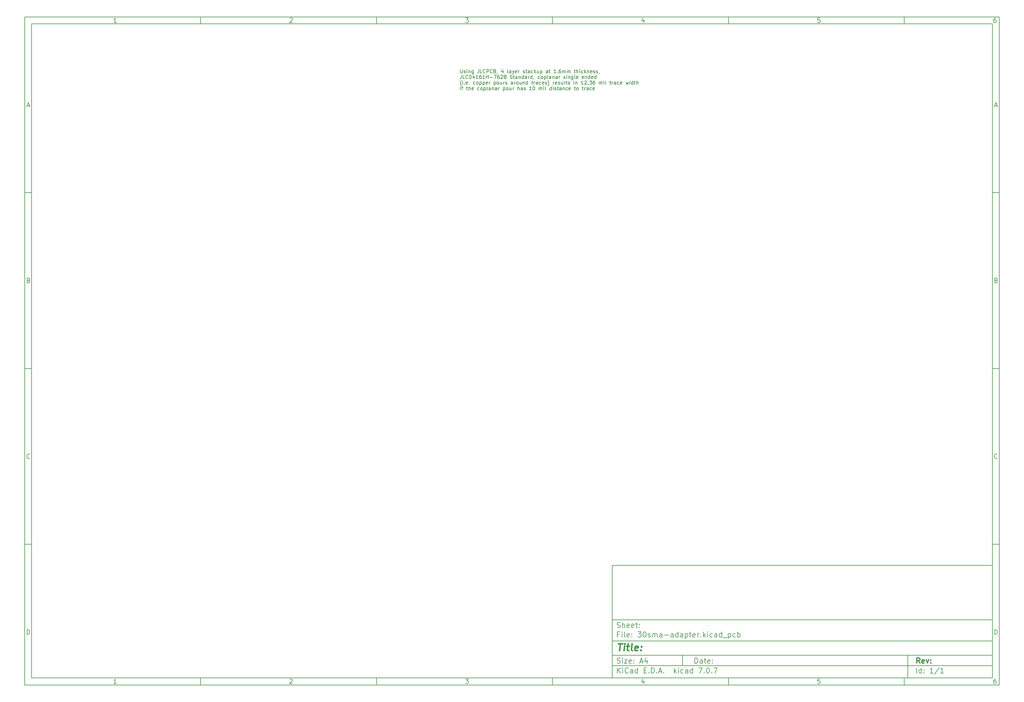
<source format=gbr>
%TF.GenerationSoftware,KiCad,Pcbnew,7.0.7*%
%TF.CreationDate,2023-09-22T00:52:09+02:00*%
%TF.ProjectId,30sma-adapter,3330736d-612d-4616-9461-707465722e6b,rev?*%
%TF.SameCoordinates,Original*%
%TF.FileFunction,OtherDrawing,Comment*%
%FSLAX46Y46*%
G04 Gerber Fmt 4.6, Leading zero omitted, Abs format (unit mm)*
G04 Created by KiCad (PCBNEW 7.0.7) date 2023-09-22 00:52:09*
%MOMM*%
%LPD*%
G01*
G04 APERTURE LIST*
%ADD10C,0.100000*%
%ADD11C,0.150000*%
%ADD12C,0.300000*%
%ADD13C,0.400000*%
G04 APERTURE END LIST*
D10*
D11*
X177002200Y-166007200D02*
X285002200Y-166007200D01*
X285002200Y-198007200D01*
X177002200Y-198007200D01*
X177002200Y-166007200D01*
D10*
D11*
X10000000Y-10000000D02*
X287002200Y-10000000D01*
X287002200Y-200007200D01*
X10000000Y-200007200D01*
X10000000Y-10000000D01*
D10*
D11*
X12000000Y-12000000D02*
X285002200Y-12000000D01*
X285002200Y-198007200D01*
X12000000Y-198007200D01*
X12000000Y-12000000D01*
D10*
D11*
X60000000Y-12000000D02*
X60000000Y-10000000D01*
D10*
D11*
X110000000Y-12000000D02*
X110000000Y-10000000D01*
D10*
D11*
X160000000Y-12000000D02*
X160000000Y-10000000D01*
D10*
D11*
X210000000Y-12000000D02*
X210000000Y-10000000D01*
D10*
D11*
X260000000Y-12000000D02*
X260000000Y-10000000D01*
D10*
D11*
X36089160Y-11593604D02*
X35346303Y-11593604D01*
X35717731Y-11593604D02*
X35717731Y-10293604D01*
X35717731Y-10293604D02*
X35593922Y-10479319D01*
X35593922Y-10479319D02*
X35470112Y-10603128D01*
X35470112Y-10603128D02*
X35346303Y-10665033D01*
D10*
D11*
X85346303Y-10417414D02*
X85408207Y-10355509D01*
X85408207Y-10355509D02*
X85532017Y-10293604D01*
X85532017Y-10293604D02*
X85841541Y-10293604D01*
X85841541Y-10293604D02*
X85965350Y-10355509D01*
X85965350Y-10355509D02*
X86027255Y-10417414D01*
X86027255Y-10417414D02*
X86089160Y-10541223D01*
X86089160Y-10541223D02*
X86089160Y-10665033D01*
X86089160Y-10665033D02*
X86027255Y-10850747D01*
X86027255Y-10850747D02*
X85284398Y-11593604D01*
X85284398Y-11593604D02*
X86089160Y-11593604D01*
D10*
D11*
X135284398Y-10293604D02*
X136089160Y-10293604D01*
X136089160Y-10293604D02*
X135655826Y-10788842D01*
X135655826Y-10788842D02*
X135841541Y-10788842D01*
X135841541Y-10788842D02*
X135965350Y-10850747D01*
X135965350Y-10850747D02*
X136027255Y-10912652D01*
X136027255Y-10912652D02*
X136089160Y-11036461D01*
X136089160Y-11036461D02*
X136089160Y-11345985D01*
X136089160Y-11345985D02*
X136027255Y-11469795D01*
X136027255Y-11469795D02*
X135965350Y-11531700D01*
X135965350Y-11531700D02*
X135841541Y-11593604D01*
X135841541Y-11593604D02*
X135470112Y-11593604D01*
X135470112Y-11593604D02*
X135346303Y-11531700D01*
X135346303Y-11531700D02*
X135284398Y-11469795D01*
D10*
D11*
X185965350Y-10726938D02*
X185965350Y-11593604D01*
X185655826Y-10231700D02*
X185346303Y-11160271D01*
X185346303Y-11160271D02*
X186151064Y-11160271D01*
D10*
D11*
X236027255Y-10293604D02*
X235408207Y-10293604D01*
X235408207Y-10293604D02*
X235346303Y-10912652D01*
X235346303Y-10912652D02*
X235408207Y-10850747D01*
X235408207Y-10850747D02*
X235532017Y-10788842D01*
X235532017Y-10788842D02*
X235841541Y-10788842D01*
X235841541Y-10788842D02*
X235965350Y-10850747D01*
X235965350Y-10850747D02*
X236027255Y-10912652D01*
X236027255Y-10912652D02*
X236089160Y-11036461D01*
X236089160Y-11036461D02*
X236089160Y-11345985D01*
X236089160Y-11345985D02*
X236027255Y-11469795D01*
X236027255Y-11469795D02*
X235965350Y-11531700D01*
X235965350Y-11531700D02*
X235841541Y-11593604D01*
X235841541Y-11593604D02*
X235532017Y-11593604D01*
X235532017Y-11593604D02*
X235408207Y-11531700D01*
X235408207Y-11531700D02*
X235346303Y-11469795D01*
D10*
D11*
X285965350Y-10293604D02*
X285717731Y-10293604D01*
X285717731Y-10293604D02*
X285593922Y-10355509D01*
X285593922Y-10355509D02*
X285532017Y-10417414D01*
X285532017Y-10417414D02*
X285408207Y-10603128D01*
X285408207Y-10603128D02*
X285346303Y-10850747D01*
X285346303Y-10850747D02*
X285346303Y-11345985D01*
X285346303Y-11345985D02*
X285408207Y-11469795D01*
X285408207Y-11469795D02*
X285470112Y-11531700D01*
X285470112Y-11531700D02*
X285593922Y-11593604D01*
X285593922Y-11593604D02*
X285841541Y-11593604D01*
X285841541Y-11593604D02*
X285965350Y-11531700D01*
X285965350Y-11531700D02*
X286027255Y-11469795D01*
X286027255Y-11469795D02*
X286089160Y-11345985D01*
X286089160Y-11345985D02*
X286089160Y-11036461D01*
X286089160Y-11036461D02*
X286027255Y-10912652D01*
X286027255Y-10912652D02*
X285965350Y-10850747D01*
X285965350Y-10850747D02*
X285841541Y-10788842D01*
X285841541Y-10788842D02*
X285593922Y-10788842D01*
X285593922Y-10788842D02*
X285470112Y-10850747D01*
X285470112Y-10850747D02*
X285408207Y-10912652D01*
X285408207Y-10912652D02*
X285346303Y-11036461D01*
D10*
D11*
X60000000Y-198007200D02*
X60000000Y-200007200D01*
D10*
D11*
X110000000Y-198007200D02*
X110000000Y-200007200D01*
D10*
D11*
X160000000Y-198007200D02*
X160000000Y-200007200D01*
D10*
D11*
X210000000Y-198007200D02*
X210000000Y-200007200D01*
D10*
D11*
X260000000Y-198007200D02*
X260000000Y-200007200D01*
D10*
D11*
X36089160Y-199600804D02*
X35346303Y-199600804D01*
X35717731Y-199600804D02*
X35717731Y-198300804D01*
X35717731Y-198300804D02*
X35593922Y-198486519D01*
X35593922Y-198486519D02*
X35470112Y-198610328D01*
X35470112Y-198610328D02*
X35346303Y-198672233D01*
D10*
D11*
X85346303Y-198424614D02*
X85408207Y-198362709D01*
X85408207Y-198362709D02*
X85532017Y-198300804D01*
X85532017Y-198300804D02*
X85841541Y-198300804D01*
X85841541Y-198300804D02*
X85965350Y-198362709D01*
X85965350Y-198362709D02*
X86027255Y-198424614D01*
X86027255Y-198424614D02*
X86089160Y-198548423D01*
X86089160Y-198548423D02*
X86089160Y-198672233D01*
X86089160Y-198672233D02*
X86027255Y-198857947D01*
X86027255Y-198857947D02*
X85284398Y-199600804D01*
X85284398Y-199600804D02*
X86089160Y-199600804D01*
D10*
D11*
X135284398Y-198300804D02*
X136089160Y-198300804D01*
X136089160Y-198300804D02*
X135655826Y-198796042D01*
X135655826Y-198796042D02*
X135841541Y-198796042D01*
X135841541Y-198796042D02*
X135965350Y-198857947D01*
X135965350Y-198857947D02*
X136027255Y-198919852D01*
X136027255Y-198919852D02*
X136089160Y-199043661D01*
X136089160Y-199043661D02*
X136089160Y-199353185D01*
X136089160Y-199353185D02*
X136027255Y-199476995D01*
X136027255Y-199476995D02*
X135965350Y-199538900D01*
X135965350Y-199538900D02*
X135841541Y-199600804D01*
X135841541Y-199600804D02*
X135470112Y-199600804D01*
X135470112Y-199600804D02*
X135346303Y-199538900D01*
X135346303Y-199538900D02*
X135284398Y-199476995D01*
D10*
D11*
X185965350Y-198734138D02*
X185965350Y-199600804D01*
X185655826Y-198238900D02*
X185346303Y-199167471D01*
X185346303Y-199167471D02*
X186151064Y-199167471D01*
D10*
D11*
X236027255Y-198300804D02*
X235408207Y-198300804D01*
X235408207Y-198300804D02*
X235346303Y-198919852D01*
X235346303Y-198919852D02*
X235408207Y-198857947D01*
X235408207Y-198857947D02*
X235532017Y-198796042D01*
X235532017Y-198796042D02*
X235841541Y-198796042D01*
X235841541Y-198796042D02*
X235965350Y-198857947D01*
X235965350Y-198857947D02*
X236027255Y-198919852D01*
X236027255Y-198919852D02*
X236089160Y-199043661D01*
X236089160Y-199043661D02*
X236089160Y-199353185D01*
X236089160Y-199353185D02*
X236027255Y-199476995D01*
X236027255Y-199476995D02*
X235965350Y-199538900D01*
X235965350Y-199538900D02*
X235841541Y-199600804D01*
X235841541Y-199600804D02*
X235532017Y-199600804D01*
X235532017Y-199600804D02*
X235408207Y-199538900D01*
X235408207Y-199538900D02*
X235346303Y-199476995D01*
D10*
D11*
X285965350Y-198300804D02*
X285717731Y-198300804D01*
X285717731Y-198300804D02*
X285593922Y-198362709D01*
X285593922Y-198362709D02*
X285532017Y-198424614D01*
X285532017Y-198424614D02*
X285408207Y-198610328D01*
X285408207Y-198610328D02*
X285346303Y-198857947D01*
X285346303Y-198857947D02*
X285346303Y-199353185D01*
X285346303Y-199353185D02*
X285408207Y-199476995D01*
X285408207Y-199476995D02*
X285470112Y-199538900D01*
X285470112Y-199538900D02*
X285593922Y-199600804D01*
X285593922Y-199600804D02*
X285841541Y-199600804D01*
X285841541Y-199600804D02*
X285965350Y-199538900D01*
X285965350Y-199538900D02*
X286027255Y-199476995D01*
X286027255Y-199476995D02*
X286089160Y-199353185D01*
X286089160Y-199353185D02*
X286089160Y-199043661D01*
X286089160Y-199043661D02*
X286027255Y-198919852D01*
X286027255Y-198919852D02*
X285965350Y-198857947D01*
X285965350Y-198857947D02*
X285841541Y-198796042D01*
X285841541Y-198796042D02*
X285593922Y-198796042D01*
X285593922Y-198796042D02*
X285470112Y-198857947D01*
X285470112Y-198857947D02*
X285408207Y-198919852D01*
X285408207Y-198919852D02*
X285346303Y-199043661D01*
D10*
D11*
X10000000Y-60000000D02*
X12000000Y-60000000D01*
D10*
D11*
X10000000Y-110000000D02*
X12000000Y-110000000D01*
D10*
D11*
X10000000Y-160000000D02*
X12000000Y-160000000D01*
D10*
D11*
X10690476Y-35222176D02*
X11309523Y-35222176D01*
X10566666Y-35593604D02*
X10999999Y-34293604D01*
X10999999Y-34293604D02*
X11433333Y-35593604D01*
D10*
D11*
X11092857Y-84912652D02*
X11278571Y-84974557D01*
X11278571Y-84974557D02*
X11340476Y-85036461D01*
X11340476Y-85036461D02*
X11402380Y-85160271D01*
X11402380Y-85160271D02*
X11402380Y-85345985D01*
X11402380Y-85345985D02*
X11340476Y-85469795D01*
X11340476Y-85469795D02*
X11278571Y-85531700D01*
X11278571Y-85531700D02*
X11154761Y-85593604D01*
X11154761Y-85593604D02*
X10659523Y-85593604D01*
X10659523Y-85593604D02*
X10659523Y-84293604D01*
X10659523Y-84293604D02*
X11092857Y-84293604D01*
X11092857Y-84293604D02*
X11216666Y-84355509D01*
X11216666Y-84355509D02*
X11278571Y-84417414D01*
X11278571Y-84417414D02*
X11340476Y-84541223D01*
X11340476Y-84541223D02*
X11340476Y-84665033D01*
X11340476Y-84665033D02*
X11278571Y-84788842D01*
X11278571Y-84788842D02*
X11216666Y-84850747D01*
X11216666Y-84850747D02*
X11092857Y-84912652D01*
X11092857Y-84912652D02*
X10659523Y-84912652D01*
D10*
D11*
X11402380Y-135469795D02*
X11340476Y-135531700D01*
X11340476Y-135531700D02*
X11154761Y-135593604D01*
X11154761Y-135593604D02*
X11030952Y-135593604D01*
X11030952Y-135593604D02*
X10845238Y-135531700D01*
X10845238Y-135531700D02*
X10721428Y-135407890D01*
X10721428Y-135407890D02*
X10659523Y-135284080D01*
X10659523Y-135284080D02*
X10597619Y-135036461D01*
X10597619Y-135036461D02*
X10597619Y-134850747D01*
X10597619Y-134850747D02*
X10659523Y-134603128D01*
X10659523Y-134603128D02*
X10721428Y-134479319D01*
X10721428Y-134479319D02*
X10845238Y-134355509D01*
X10845238Y-134355509D02*
X11030952Y-134293604D01*
X11030952Y-134293604D02*
X11154761Y-134293604D01*
X11154761Y-134293604D02*
X11340476Y-134355509D01*
X11340476Y-134355509D02*
X11402380Y-134417414D01*
D10*
D11*
X10659523Y-185593604D02*
X10659523Y-184293604D01*
X10659523Y-184293604D02*
X10969047Y-184293604D01*
X10969047Y-184293604D02*
X11154761Y-184355509D01*
X11154761Y-184355509D02*
X11278571Y-184479319D01*
X11278571Y-184479319D02*
X11340476Y-184603128D01*
X11340476Y-184603128D02*
X11402380Y-184850747D01*
X11402380Y-184850747D02*
X11402380Y-185036461D01*
X11402380Y-185036461D02*
X11340476Y-185284080D01*
X11340476Y-185284080D02*
X11278571Y-185407890D01*
X11278571Y-185407890D02*
X11154761Y-185531700D01*
X11154761Y-185531700D02*
X10969047Y-185593604D01*
X10969047Y-185593604D02*
X10659523Y-185593604D01*
D10*
D11*
X287002200Y-60000000D02*
X285002200Y-60000000D01*
D10*
D11*
X287002200Y-110000000D02*
X285002200Y-110000000D01*
D10*
D11*
X287002200Y-160000000D02*
X285002200Y-160000000D01*
D10*
D11*
X285692676Y-35222176D02*
X286311723Y-35222176D01*
X285568866Y-35593604D02*
X286002199Y-34293604D01*
X286002199Y-34293604D02*
X286435533Y-35593604D01*
D10*
D11*
X286095057Y-84912652D02*
X286280771Y-84974557D01*
X286280771Y-84974557D02*
X286342676Y-85036461D01*
X286342676Y-85036461D02*
X286404580Y-85160271D01*
X286404580Y-85160271D02*
X286404580Y-85345985D01*
X286404580Y-85345985D02*
X286342676Y-85469795D01*
X286342676Y-85469795D02*
X286280771Y-85531700D01*
X286280771Y-85531700D02*
X286156961Y-85593604D01*
X286156961Y-85593604D02*
X285661723Y-85593604D01*
X285661723Y-85593604D02*
X285661723Y-84293604D01*
X285661723Y-84293604D02*
X286095057Y-84293604D01*
X286095057Y-84293604D02*
X286218866Y-84355509D01*
X286218866Y-84355509D02*
X286280771Y-84417414D01*
X286280771Y-84417414D02*
X286342676Y-84541223D01*
X286342676Y-84541223D02*
X286342676Y-84665033D01*
X286342676Y-84665033D02*
X286280771Y-84788842D01*
X286280771Y-84788842D02*
X286218866Y-84850747D01*
X286218866Y-84850747D02*
X286095057Y-84912652D01*
X286095057Y-84912652D02*
X285661723Y-84912652D01*
D10*
D11*
X286404580Y-135469795D02*
X286342676Y-135531700D01*
X286342676Y-135531700D02*
X286156961Y-135593604D01*
X286156961Y-135593604D02*
X286033152Y-135593604D01*
X286033152Y-135593604D02*
X285847438Y-135531700D01*
X285847438Y-135531700D02*
X285723628Y-135407890D01*
X285723628Y-135407890D02*
X285661723Y-135284080D01*
X285661723Y-135284080D02*
X285599819Y-135036461D01*
X285599819Y-135036461D02*
X285599819Y-134850747D01*
X285599819Y-134850747D02*
X285661723Y-134603128D01*
X285661723Y-134603128D02*
X285723628Y-134479319D01*
X285723628Y-134479319D02*
X285847438Y-134355509D01*
X285847438Y-134355509D02*
X286033152Y-134293604D01*
X286033152Y-134293604D02*
X286156961Y-134293604D01*
X286156961Y-134293604D02*
X286342676Y-134355509D01*
X286342676Y-134355509D02*
X286404580Y-134417414D01*
D10*
D11*
X285661723Y-185593604D02*
X285661723Y-184293604D01*
X285661723Y-184293604D02*
X285971247Y-184293604D01*
X285971247Y-184293604D02*
X286156961Y-184355509D01*
X286156961Y-184355509D02*
X286280771Y-184479319D01*
X286280771Y-184479319D02*
X286342676Y-184603128D01*
X286342676Y-184603128D02*
X286404580Y-184850747D01*
X286404580Y-184850747D02*
X286404580Y-185036461D01*
X286404580Y-185036461D02*
X286342676Y-185284080D01*
X286342676Y-185284080D02*
X286280771Y-185407890D01*
X286280771Y-185407890D02*
X286156961Y-185531700D01*
X286156961Y-185531700D02*
X285971247Y-185593604D01*
X285971247Y-185593604D02*
X285661723Y-185593604D01*
D10*
D11*
X200458026Y-193793328D02*
X200458026Y-192293328D01*
X200458026Y-192293328D02*
X200815169Y-192293328D01*
X200815169Y-192293328D02*
X201029455Y-192364757D01*
X201029455Y-192364757D02*
X201172312Y-192507614D01*
X201172312Y-192507614D02*
X201243741Y-192650471D01*
X201243741Y-192650471D02*
X201315169Y-192936185D01*
X201315169Y-192936185D02*
X201315169Y-193150471D01*
X201315169Y-193150471D02*
X201243741Y-193436185D01*
X201243741Y-193436185D02*
X201172312Y-193579042D01*
X201172312Y-193579042D02*
X201029455Y-193721900D01*
X201029455Y-193721900D02*
X200815169Y-193793328D01*
X200815169Y-193793328D02*
X200458026Y-193793328D01*
X202600884Y-193793328D02*
X202600884Y-193007614D01*
X202600884Y-193007614D02*
X202529455Y-192864757D01*
X202529455Y-192864757D02*
X202386598Y-192793328D01*
X202386598Y-192793328D02*
X202100884Y-192793328D01*
X202100884Y-192793328D02*
X201958026Y-192864757D01*
X202600884Y-193721900D02*
X202458026Y-193793328D01*
X202458026Y-193793328D02*
X202100884Y-193793328D01*
X202100884Y-193793328D02*
X201958026Y-193721900D01*
X201958026Y-193721900D02*
X201886598Y-193579042D01*
X201886598Y-193579042D02*
X201886598Y-193436185D01*
X201886598Y-193436185D02*
X201958026Y-193293328D01*
X201958026Y-193293328D02*
X202100884Y-193221900D01*
X202100884Y-193221900D02*
X202458026Y-193221900D01*
X202458026Y-193221900D02*
X202600884Y-193150471D01*
X203100884Y-192793328D02*
X203672312Y-192793328D01*
X203315169Y-192293328D02*
X203315169Y-193579042D01*
X203315169Y-193579042D02*
X203386598Y-193721900D01*
X203386598Y-193721900D02*
X203529455Y-193793328D01*
X203529455Y-193793328D02*
X203672312Y-193793328D01*
X204743741Y-193721900D02*
X204600884Y-193793328D01*
X204600884Y-193793328D02*
X204315170Y-193793328D01*
X204315170Y-193793328D02*
X204172312Y-193721900D01*
X204172312Y-193721900D02*
X204100884Y-193579042D01*
X204100884Y-193579042D02*
X204100884Y-193007614D01*
X204100884Y-193007614D02*
X204172312Y-192864757D01*
X204172312Y-192864757D02*
X204315170Y-192793328D01*
X204315170Y-192793328D02*
X204600884Y-192793328D01*
X204600884Y-192793328D02*
X204743741Y-192864757D01*
X204743741Y-192864757D02*
X204815170Y-193007614D01*
X204815170Y-193007614D02*
X204815170Y-193150471D01*
X204815170Y-193150471D02*
X204100884Y-193293328D01*
X205458026Y-193650471D02*
X205529455Y-193721900D01*
X205529455Y-193721900D02*
X205458026Y-193793328D01*
X205458026Y-193793328D02*
X205386598Y-193721900D01*
X205386598Y-193721900D02*
X205458026Y-193650471D01*
X205458026Y-193650471D02*
X205458026Y-193793328D01*
X205458026Y-192864757D02*
X205529455Y-192936185D01*
X205529455Y-192936185D02*
X205458026Y-193007614D01*
X205458026Y-193007614D02*
X205386598Y-192936185D01*
X205386598Y-192936185D02*
X205458026Y-192864757D01*
X205458026Y-192864757D02*
X205458026Y-193007614D01*
D10*
D11*
X177002200Y-194507200D02*
X285002200Y-194507200D01*
D10*
D11*
X178458026Y-196593328D02*
X178458026Y-195093328D01*
X179315169Y-196593328D02*
X178672312Y-195736185D01*
X179315169Y-195093328D02*
X178458026Y-195950471D01*
X179958026Y-196593328D02*
X179958026Y-195593328D01*
X179958026Y-195093328D02*
X179886598Y-195164757D01*
X179886598Y-195164757D02*
X179958026Y-195236185D01*
X179958026Y-195236185D02*
X180029455Y-195164757D01*
X180029455Y-195164757D02*
X179958026Y-195093328D01*
X179958026Y-195093328D02*
X179958026Y-195236185D01*
X181529455Y-196450471D02*
X181458027Y-196521900D01*
X181458027Y-196521900D02*
X181243741Y-196593328D01*
X181243741Y-196593328D02*
X181100884Y-196593328D01*
X181100884Y-196593328D02*
X180886598Y-196521900D01*
X180886598Y-196521900D02*
X180743741Y-196379042D01*
X180743741Y-196379042D02*
X180672312Y-196236185D01*
X180672312Y-196236185D02*
X180600884Y-195950471D01*
X180600884Y-195950471D02*
X180600884Y-195736185D01*
X180600884Y-195736185D02*
X180672312Y-195450471D01*
X180672312Y-195450471D02*
X180743741Y-195307614D01*
X180743741Y-195307614D02*
X180886598Y-195164757D01*
X180886598Y-195164757D02*
X181100884Y-195093328D01*
X181100884Y-195093328D02*
X181243741Y-195093328D01*
X181243741Y-195093328D02*
X181458027Y-195164757D01*
X181458027Y-195164757D02*
X181529455Y-195236185D01*
X182815170Y-196593328D02*
X182815170Y-195807614D01*
X182815170Y-195807614D02*
X182743741Y-195664757D01*
X182743741Y-195664757D02*
X182600884Y-195593328D01*
X182600884Y-195593328D02*
X182315170Y-195593328D01*
X182315170Y-195593328D02*
X182172312Y-195664757D01*
X182815170Y-196521900D02*
X182672312Y-196593328D01*
X182672312Y-196593328D02*
X182315170Y-196593328D01*
X182315170Y-196593328D02*
X182172312Y-196521900D01*
X182172312Y-196521900D02*
X182100884Y-196379042D01*
X182100884Y-196379042D02*
X182100884Y-196236185D01*
X182100884Y-196236185D02*
X182172312Y-196093328D01*
X182172312Y-196093328D02*
X182315170Y-196021900D01*
X182315170Y-196021900D02*
X182672312Y-196021900D01*
X182672312Y-196021900D02*
X182815170Y-195950471D01*
X184172313Y-196593328D02*
X184172313Y-195093328D01*
X184172313Y-196521900D02*
X184029455Y-196593328D01*
X184029455Y-196593328D02*
X183743741Y-196593328D01*
X183743741Y-196593328D02*
X183600884Y-196521900D01*
X183600884Y-196521900D02*
X183529455Y-196450471D01*
X183529455Y-196450471D02*
X183458027Y-196307614D01*
X183458027Y-196307614D02*
X183458027Y-195879042D01*
X183458027Y-195879042D02*
X183529455Y-195736185D01*
X183529455Y-195736185D02*
X183600884Y-195664757D01*
X183600884Y-195664757D02*
X183743741Y-195593328D01*
X183743741Y-195593328D02*
X184029455Y-195593328D01*
X184029455Y-195593328D02*
X184172313Y-195664757D01*
X186029455Y-195807614D02*
X186529455Y-195807614D01*
X186743741Y-196593328D02*
X186029455Y-196593328D01*
X186029455Y-196593328D02*
X186029455Y-195093328D01*
X186029455Y-195093328D02*
X186743741Y-195093328D01*
X187386598Y-196450471D02*
X187458027Y-196521900D01*
X187458027Y-196521900D02*
X187386598Y-196593328D01*
X187386598Y-196593328D02*
X187315170Y-196521900D01*
X187315170Y-196521900D02*
X187386598Y-196450471D01*
X187386598Y-196450471D02*
X187386598Y-196593328D01*
X188100884Y-196593328D02*
X188100884Y-195093328D01*
X188100884Y-195093328D02*
X188458027Y-195093328D01*
X188458027Y-195093328D02*
X188672313Y-195164757D01*
X188672313Y-195164757D02*
X188815170Y-195307614D01*
X188815170Y-195307614D02*
X188886599Y-195450471D01*
X188886599Y-195450471D02*
X188958027Y-195736185D01*
X188958027Y-195736185D02*
X188958027Y-195950471D01*
X188958027Y-195950471D02*
X188886599Y-196236185D01*
X188886599Y-196236185D02*
X188815170Y-196379042D01*
X188815170Y-196379042D02*
X188672313Y-196521900D01*
X188672313Y-196521900D02*
X188458027Y-196593328D01*
X188458027Y-196593328D02*
X188100884Y-196593328D01*
X189600884Y-196450471D02*
X189672313Y-196521900D01*
X189672313Y-196521900D02*
X189600884Y-196593328D01*
X189600884Y-196593328D02*
X189529456Y-196521900D01*
X189529456Y-196521900D02*
X189600884Y-196450471D01*
X189600884Y-196450471D02*
X189600884Y-196593328D01*
X190243742Y-196164757D02*
X190958028Y-196164757D01*
X190100885Y-196593328D02*
X190600885Y-195093328D01*
X190600885Y-195093328D02*
X191100885Y-196593328D01*
X191600884Y-196450471D02*
X191672313Y-196521900D01*
X191672313Y-196521900D02*
X191600884Y-196593328D01*
X191600884Y-196593328D02*
X191529456Y-196521900D01*
X191529456Y-196521900D02*
X191600884Y-196450471D01*
X191600884Y-196450471D02*
X191600884Y-196593328D01*
X194600884Y-196593328D02*
X194600884Y-195093328D01*
X194743742Y-196021900D02*
X195172313Y-196593328D01*
X195172313Y-195593328D02*
X194600884Y-196164757D01*
X195815170Y-196593328D02*
X195815170Y-195593328D01*
X195815170Y-195093328D02*
X195743742Y-195164757D01*
X195743742Y-195164757D02*
X195815170Y-195236185D01*
X195815170Y-195236185D02*
X195886599Y-195164757D01*
X195886599Y-195164757D02*
X195815170Y-195093328D01*
X195815170Y-195093328D02*
X195815170Y-195236185D01*
X197172314Y-196521900D02*
X197029456Y-196593328D01*
X197029456Y-196593328D02*
X196743742Y-196593328D01*
X196743742Y-196593328D02*
X196600885Y-196521900D01*
X196600885Y-196521900D02*
X196529456Y-196450471D01*
X196529456Y-196450471D02*
X196458028Y-196307614D01*
X196458028Y-196307614D02*
X196458028Y-195879042D01*
X196458028Y-195879042D02*
X196529456Y-195736185D01*
X196529456Y-195736185D02*
X196600885Y-195664757D01*
X196600885Y-195664757D02*
X196743742Y-195593328D01*
X196743742Y-195593328D02*
X197029456Y-195593328D01*
X197029456Y-195593328D02*
X197172314Y-195664757D01*
X198458028Y-196593328D02*
X198458028Y-195807614D01*
X198458028Y-195807614D02*
X198386599Y-195664757D01*
X198386599Y-195664757D02*
X198243742Y-195593328D01*
X198243742Y-195593328D02*
X197958028Y-195593328D01*
X197958028Y-195593328D02*
X197815170Y-195664757D01*
X198458028Y-196521900D02*
X198315170Y-196593328D01*
X198315170Y-196593328D02*
X197958028Y-196593328D01*
X197958028Y-196593328D02*
X197815170Y-196521900D01*
X197815170Y-196521900D02*
X197743742Y-196379042D01*
X197743742Y-196379042D02*
X197743742Y-196236185D01*
X197743742Y-196236185D02*
X197815170Y-196093328D01*
X197815170Y-196093328D02*
X197958028Y-196021900D01*
X197958028Y-196021900D02*
X198315170Y-196021900D01*
X198315170Y-196021900D02*
X198458028Y-195950471D01*
X199815171Y-196593328D02*
X199815171Y-195093328D01*
X199815171Y-196521900D02*
X199672313Y-196593328D01*
X199672313Y-196593328D02*
X199386599Y-196593328D01*
X199386599Y-196593328D02*
X199243742Y-196521900D01*
X199243742Y-196521900D02*
X199172313Y-196450471D01*
X199172313Y-196450471D02*
X199100885Y-196307614D01*
X199100885Y-196307614D02*
X199100885Y-195879042D01*
X199100885Y-195879042D02*
X199172313Y-195736185D01*
X199172313Y-195736185D02*
X199243742Y-195664757D01*
X199243742Y-195664757D02*
X199386599Y-195593328D01*
X199386599Y-195593328D02*
X199672313Y-195593328D01*
X199672313Y-195593328D02*
X199815171Y-195664757D01*
X201529456Y-195093328D02*
X202529456Y-195093328D01*
X202529456Y-195093328D02*
X201886599Y-196593328D01*
X203100884Y-196450471D02*
X203172313Y-196521900D01*
X203172313Y-196521900D02*
X203100884Y-196593328D01*
X203100884Y-196593328D02*
X203029456Y-196521900D01*
X203029456Y-196521900D02*
X203100884Y-196450471D01*
X203100884Y-196450471D02*
X203100884Y-196593328D01*
X204100885Y-195093328D02*
X204243742Y-195093328D01*
X204243742Y-195093328D02*
X204386599Y-195164757D01*
X204386599Y-195164757D02*
X204458028Y-195236185D01*
X204458028Y-195236185D02*
X204529456Y-195379042D01*
X204529456Y-195379042D02*
X204600885Y-195664757D01*
X204600885Y-195664757D02*
X204600885Y-196021900D01*
X204600885Y-196021900D02*
X204529456Y-196307614D01*
X204529456Y-196307614D02*
X204458028Y-196450471D01*
X204458028Y-196450471D02*
X204386599Y-196521900D01*
X204386599Y-196521900D02*
X204243742Y-196593328D01*
X204243742Y-196593328D02*
X204100885Y-196593328D01*
X204100885Y-196593328D02*
X203958028Y-196521900D01*
X203958028Y-196521900D02*
X203886599Y-196450471D01*
X203886599Y-196450471D02*
X203815170Y-196307614D01*
X203815170Y-196307614D02*
X203743742Y-196021900D01*
X203743742Y-196021900D02*
X203743742Y-195664757D01*
X203743742Y-195664757D02*
X203815170Y-195379042D01*
X203815170Y-195379042D02*
X203886599Y-195236185D01*
X203886599Y-195236185D02*
X203958028Y-195164757D01*
X203958028Y-195164757D02*
X204100885Y-195093328D01*
X205243741Y-196450471D02*
X205315170Y-196521900D01*
X205315170Y-196521900D02*
X205243741Y-196593328D01*
X205243741Y-196593328D02*
X205172313Y-196521900D01*
X205172313Y-196521900D02*
X205243741Y-196450471D01*
X205243741Y-196450471D02*
X205243741Y-196593328D01*
X205815170Y-195093328D02*
X206815170Y-195093328D01*
X206815170Y-195093328D02*
X206172313Y-196593328D01*
D10*
D11*
X177002200Y-191507200D02*
X285002200Y-191507200D01*
D10*
D12*
X264413853Y-193785528D02*
X263913853Y-193071242D01*
X263556710Y-193785528D02*
X263556710Y-192285528D01*
X263556710Y-192285528D02*
X264128139Y-192285528D01*
X264128139Y-192285528D02*
X264270996Y-192356957D01*
X264270996Y-192356957D02*
X264342425Y-192428385D01*
X264342425Y-192428385D02*
X264413853Y-192571242D01*
X264413853Y-192571242D02*
X264413853Y-192785528D01*
X264413853Y-192785528D02*
X264342425Y-192928385D01*
X264342425Y-192928385D02*
X264270996Y-192999814D01*
X264270996Y-192999814D02*
X264128139Y-193071242D01*
X264128139Y-193071242D02*
X263556710Y-193071242D01*
X265628139Y-193714100D02*
X265485282Y-193785528D01*
X265485282Y-193785528D02*
X265199568Y-193785528D01*
X265199568Y-193785528D02*
X265056710Y-193714100D01*
X265056710Y-193714100D02*
X264985282Y-193571242D01*
X264985282Y-193571242D02*
X264985282Y-192999814D01*
X264985282Y-192999814D02*
X265056710Y-192856957D01*
X265056710Y-192856957D02*
X265199568Y-192785528D01*
X265199568Y-192785528D02*
X265485282Y-192785528D01*
X265485282Y-192785528D02*
X265628139Y-192856957D01*
X265628139Y-192856957D02*
X265699568Y-192999814D01*
X265699568Y-192999814D02*
X265699568Y-193142671D01*
X265699568Y-193142671D02*
X264985282Y-193285528D01*
X266199567Y-192785528D02*
X266556710Y-193785528D01*
X266556710Y-193785528D02*
X266913853Y-192785528D01*
X267485281Y-193642671D02*
X267556710Y-193714100D01*
X267556710Y-193714100D02*
X267485281Y-193785528D01*
X267485281Y-193785528D02*
X267413853Y-193714100D01*
X267413853Y-193714100D02*
X267485281Y-193642671D01*
X267485281Y-193642671D02*
X267485281Y-193785528D01*
X267485281Y-192856957D02*
X267556710Y-192928385D01*
X267556710Y-192928385D02*
X267485281Y-192999814D01*
X267485281Y-192999814D02*
X267413853Y-192928385D01*
X267413853Y-192928385D02*
X267485281Y-192856957D01*
X267485281Y-192856957D02*
X267485281Y-192999814D01*
D10*
D11*
X178386598Y-193721900D02*
X178600884Y-193793328D01*
X178600884Y-193793328D02*
X178958026Y-193793328D01*
X178958026Y-193793328D02*
X179100884Y-193721900D01*
X179100884Y-193721900D02*
X179172312Y-193650471D01*
X179172312Y-193650471D02*
X179243741Y-193507614D01*
X179243741Y-193507614D02*
X179243741Y-193364757D01*
X179243741Y-193364757D02*
X179172312Y-193221900D01*
X179172312Y-193221900D02*
X179100884Y-193150471D01*
X179100884Y-193150471D02*
X178958026Y-193079042D01*
X178958026Y-193079042D02*
X178672312Y-193007614D01*
X178672312Y-193007614D02*
X178529455Y-192936185D01*
X178529455Y-192936185D02*
X178458026Y-192864757D01*
X178458026Y-192864757D02*
X178386598Y-192721900D01*
X178386598Y-192721900D02*
X178386598Y-192579042D01*
X178386598Y-192579042D02*
X178458026Y-192436185D01*
X178458026Y-192436185D02*
X178529455Y-192364757D01*
X178529455Y-192364757D02*
X178672312Y-192293328D01*
X178672312Y-192293328D02*
X179029455Y-192293328D01*
X179029455Y-192293328D02*
X179243741Y-192364757D01*
X179886597Y-193793328D02*
X179886597Y-192793328D01*
X179886597Y-192293328D02*
X179815169Y-192364757D01*
X179815169Y-192364757D02*
X179886597Y-192436185D01*
X179886597Y-192436185D02*
X179958026Y-192364757D01*
X179958026Y-192364757D02*
X179886597Y-192293328D01*
X179886597Y-192293328D02*
X179886597Y-192436185D01*
X180458026Y-192793328D02*
X181243741Y-192793328D01*
X181243741Y-192793328D02*
X180458026Y-193793328D01*
X180458026Y-193793328D02*
X181243741Y-193793328D01*
X182386598Y-193721900D02*
X182243741Y-193793328D01*
X182243741Y-193793328D02*
X181958027Y-193793328D01*
X181958027Y-193793328D02*
X181815169Y-193721900D01*
X181815169Y-193721900D02*
X181743741Y-193579042D01*
X181743741Y-193579042D02*
X181743741Y-193007614D01*
X181743741Y-193007614D02*
X181815169Y-192864757D01*
X181815169Y-192864757D02*
X181958027Y-192793328D01*
X181958027Y-192793328D02*
X182243741Y-192793328D01*
X182243741Y-192793328D02*
X182386598Y-192864757D01*
X182386598Y-192864757D02*
X182458027Y-193007614D01*
X182458027Y-193007614D02*
X182458027Y-193150471D01*
X182458027Y-193150471D02*
X181743741Y-193293328D01*
X183100883Y-193650471D02*
X183172312Y-193721900D01*
X183172312Y-193721900D02*
X183100883Y-193793328D01*
X183100883Y-193793328D02*
X183029455Y-193721900D01*
X183029455Y-193721900D02*
X183100883Y-193650471D01*
X183100883Y-193650471D02*
X183100883Y-193793328D01*
X183100883Y-192864757D02*
X183172312Y-192936185D01*
X183172312Y-192936185D02*
X183100883Y-193007614D01*
X183100883Y-193007614D02*
X183029455Y-192936185D01*
X183029455Y-192936185D02*
X183100883Y-192864757D01*
X183100883Y-192864757D02*
X183100883Y-193007614D01*
X184886598Y-193364757D02*
X185600884Y-193364757D01*
X184743741Y-193793328D02*
X185243741Y-192293328D01*
X185243741Y-192293328D02*
X185743741Y-193793328D01*
X186886598Y-192793328D02*
X186886598Y-193793328D01*
X186529455Y-192221900D02*
X186172312Y-193293328D01*
X186172312Y-193293328D02*
X187100883Y-193293328D01*
D10*
D11*
X263458026Y-196593328D02*
X263458026Y-195093328D01*
X264815170Y-196593328D02*
X264815170Y-195093328D01*
X264815170Y-196521900D02*
X264672312Y-196593328D01*
X264672312Y-196593328D02*
X264386598Y-196593328D01*
X264386598Y-196593328D02*
X264243741Y-196521900D01*
X264243741Y-196521900D02*
X264172312Y-196450471D01*
X264172312Y-196450471D02*
X264100884Y-196307614D01*
X264100884Y-196307614D02*
X264100884Y-195879042D01*
X264100884Y-195879042D02*
X264172312Y-195736185D01*
X264172312Y-195736185D02*
X264243741Y-195664757D01*
X264243741Y-195664757D02*
X264386598Y-195593328D01*
X264386598Y-195593328D02*
X264672312Y-195593328D01*
X264672312Y-195593328D02*
X264815170Y-195664757D01*
X265529455Y-196450471D02*
X265600884Y-196521900D01*
X265600884Y-196521900D02*
X265529455Y-196593328D01*
X265529455Y-196593328D02*
X265458027Y-196521900D01*
X265458027Y-196521900D02*
X265529455Y-196450471D01*
X265529455Y-196450471D02*
X265529455Y-196593328D01*
X265529455Y-195664757D02*
X265600884Y-195736185D01*
X265600884Y-195736185D02*
X265529455Y-195807614D01*
X265529455Y-195807614D02*
X265458027Y-195736185D01*
X265458027Y-195736185D02*
X265529455Y-195664757D01*
X265529455Y-195664757D02*
X265529455Y-195807614D01*
X268172313Y-196593328D02*
X267315170Y-196593328D01*
X267743741Y-196593328D02*
X267743741Y-195093328D01*
X267743741Y-195093328D02*
X267600884Y-195307614D01*
X267600884Y-195307614D02*
X267458027Y-195450471D01*
X267458027Y-195450471D02*
X267315170Y-195521900D01*
X269886598Y-195021900D02*
X268600884Y-196950471D01*
X271172313Y-196593328D02*
X270315170Y-196593328D01*
X270743741Y-196593328D02*
X270743741Y-195093328D01*
X270743741Y-195093328D02*
X270600884Y-195307614D01*
X270600884Y-195307614D02*
X270458027Y-195450471D01*
X270458027Y-195450471D02*
X270315170Y-195521900D01*
D10*
D11*
X177002200Y-187507200D02*
X285002200Y-187507200D01*
D10*
D13*
X178693928Y-188211638D02*
X179836785Y-188211638D01*
X179015357Y-190211638D02*
X179265357Y-188211638D01*
X180253452Y-190211638D02*
X180420119Y-188878304D01*
X180503452Y-188211638D02*
X180396309Y-188306876D01*
X180396309Y-188306876D02*
X180479643Y-188402114D01*
X180479643Y-188402114D02*
X180586786Y-188306876D01*
X180586786Y-188306876D02*
X180503452Y-188211638D01*
X180503452Y-188211638D02*
X180479643Y-188402114D01*
X181086786Y-188878304D02*
X181848690Y-188878304D01*
X181455833Y-188211638D02*
X181241548Y-189925923D01*
X181241548Y-189925923D02*
X181312976Y-190116400D01*
X181312976Y-190116400D02*
X181491548Y-190211638D01*
X181491548Y-190211638D02*
X181682024Y-190211638D01*
X182634405Y-190211638D02*
X182455833Y-190116400D01*
X182455833Y-190116400D02*
X182384405Y-189925923D01*
X182384405Y-189925923D02*
X182598690Y-188211638D01*
X184170119Y-190116400D02*
X183967738Y-190211638D01*
X183967738Y-190211638D02*
X183586785Y-190211638D01*
X183586785Y-190211638D02*
X183408214Y-190116400D01*
X183408214Y-190116400D02*
X183336785Y-189925923D01*
X183336785Y-189925923D02*
X183432024Y-189164019D01*
X183432024Y-189164019D02*
X183551071Y-188973542D01*
X183551071Y-188973542D02*
X183753452Y-188878304D01*
X183753452Y-188878304D02*
X184134404Y-188878304D01*
X184134404Y-188878304D02*
X184312976Y-188973542D01*
X184312976Y-188973542D02*
X184384404Y-189164019D01*
X184384404Y-189164019D02*
X184360595Y-189354495D01*
X184360595Y-189354495D02*
X183384404Y-189544971D01*
X185134405Y-190021161D02*
X185217738Y-190116400D01*
X185217738Y-190116400D02*
X185110595Y-190211638D01*
X185110595Y-190211638D02*
X185027262Y-190116400D01*
X185027262Y-190116400D02*
X185134405Y-190021161D01*
X185134405Y-190021161D02*
X185110595Y-190211638D01*
X185265357Y-188973542D02*
X185348690Y-189068780D01*
X185348690Y-189068780D02*
X185241548Y-189164019D01*
X185241548Y-189164019D02*
X185158214Y-189068780D01*
X185158214Y-189068780D02*
X185265357Y-188973542D01*
X185265357Y-188973542D02*
X185241548Y-189164019D01*
D10*
D11*
X178958026Y-185607614D02*
X178458026Y-185607614D01*
X178458026Y-186393328D02*
X178458026Y-184893328D01*
X178458026Y-184893328D02*
X179172312Y-184893328D01*
X179743740Y-186393328D02*
X179743740Y-185393328D01*
X179743740Y-184893328D02*
X179672312Y-184964757D01*
X179672312Y-184964757D02*
X179743740Y-185036185D01*
X179743740Y-185036185D02*
X179815169Y-184964757D01*
X179815169Y-184964757D02*
X179743740Y-184893328D01*
X179743740Y-184893328D02*
X179743740Y-185036185D01*
X180672312Y-186393328D02*
X180529455Y-186321900D01*
X180529455Y-186321900D02*
X180458026Y-186179042D01*
X180458026Y-186179042D02*
X180458026Y-184893328D01*
X181815169Y-186321900D02*
X181672312Y-186393328D01*
X181672312Y-186393328D02*
X181386598Y-186393328D01*
X181386598Y-186393328D02*
X181243740Y-186321900D01*
X181243740Y-186321900D02*
X181172312Y-186179042D01*
X181172312Y-186179042D02*
X181172312Y-185607614D01*
X181172312Y-185607614D02*
X181243740Y-185464757D01*
X181243740Y-185464757D02*
X181386598Y-185393328D01*
X181386598Y-185393328D02*
X181672312Y-185393328D01*
X181672312Y-185393328D02*
X181815169Y-185464757D01*
X181815169Y-185464757D02*
X181886598Y-185607614D01*
X181886598Y-185607614D02*
X181886598Y-185750471D01*
X181886598Y-185750471D02*
X181172312Y-185893328D01*
X182529454Y-186250471D02*
X182600883Y-186321900D01*
X182600883Y-186321900D02*
X182529454Y-186393328D01*
X182529454Y-186393328D02*
X182458026Y-186321900D01*
X182458026Y-186321900D02*
X182529454Y-186250471D01*
X182529454Y-186250471D02*
X182529454Y-186393328D01*
X182529454Y-185464757D02*
X182600883Y-185536185D01*
X182600883Y-185536185D02*
X182529454Y-185607614D01*
X182529454Y-185607614D02*
X182458026Y-185536185D01*
X182458026Y-185536185D02*
X182529454Y-185464757D01*
X182529454Y-185464757D02*
X182529454Y-185607614D01*
X184243740Y-184893328D02*
X185172312Y-184893328D01*
X185172312Y-184893328D02*
X184672312Y-185464757D01*
X184672312Y-185464757D02*
X184886597Y-185464757D01*
X184886597Y-185464757D02*
X185029455Y-185536185D01*
X185029455Y-185536185D02*
X185100883Y-185607614D01*
X185100883Y-185607614D02*
X185172312Y-185750471D01*
X185172312Y-185750471D02*
X185172312Y-186107614D01*
X185172312Y-186107614D02*
X185100883Y-186250471D01*
X185100883Y-186250471D02*
X185029455Y-186321900D01*
X185029455Y-186321900D02*
X184886597Y-186393328D01*
X184886597Y-186393328D02*
X184458026Y-186393328D01*
X184458026Y-186393328D02*
X184315169Y-186321900D01*
X184315169Y-186321900D02*
X184243740Y-186250471D01*
X186100883Y-184893328D02*
X186243740Y-184893328D01*
X186243740Y-184893328D02*
X186386597Y-184964757D01*
X186386597Y-184964757D02*
X186458026Y-185036185D01*
X186458026Y-185036185D02*
X186529454Y-185179042D01*
X186529454Y-185179042D02*
X186600883Y-185464757D01*
X186600883Y-185464757D02*
X186600883Y-185821900D01*
X186600883Y-185821900D02*
X186529454Y-186107614D01*
X186529454Y-186107614D02*
X186458026Y-186250471D01*
X186458026Y-186250471D02*
X186386597Y-186321900D01*
X186386597Y-186321900D02*
X186243740Y-186393328D01*
X186243740Y-186393328D02*
X186100883Y-186393328D01*
X186100883Y-186393328D02*
X185958026Y-186321900D01*
X185958026Y-186321900D02*
X185886597Y-186250471D01*
X185886597Y-186250471D02*
X185815168Y-186107614D01*
X185815168Y-186107614D02*
X185743740Y-185821900D01*
X185743740Y-185821900D02*
X185743740Y-185464757D01*
X185743740Y-185464757D02*
X185815168Y-185179042D01*
X185815168Y-185179042D02*
X185886597Y-185036185D01*
X185886597Y-185036185D02*
X185958026Y-184964757D01*
X185958026Y-184964757D02*
X186100883Y-184893328D01*
X187172311Y-186321900D02*
X187315168Y-186393328D01*
X187315168Y-186393328D02*
X187600882Y-186393328D01*
X187600882Y-186393328D02*
X187743739Y-186321900D01*
X187743739Y-186321900D02*
X187815168Y-186179042D01*
X187815168Y-186179042D02*
X187815168Y-186107614D01*
X187815168Y-186107614D02*
X187743739Y-185964757D01*
X187743739Y-185964757D02*
X187600882Y-185893328D01*
X187600882Y-185893328D02*
X187386597Y-185893328D01*
X187386597Y-185893328D02*
X187243739Y-185821900D01*
X187243739Y-185821900D02*
X187172311Y-185679042D01*
X187172311Y-185679042D02*
X187172311Y-185607614D01*
X187172311Y-185607614D02*
X187243739Y-185464757D01*
X187243739Y-185464757D02*
X187386597Y-185393328D01*
X187386597Y-185393328D02*
X187600882Y-185393328D01*
X187600882Y-185393328D02*
X187743739Y-185464757D01*
X188458025Y-186393328D02*
X188458025Y-185393328D01*
X188458025Y-185536185D02*
X188529454Y-185464757D01*
X188529454Y-185464757D02*
X188672311Y-185393328D01*
X188672311Y-185393328D02*
X188886597Y-185393328D01*
X188886597Y-185393328D02*
X189029454Y-185464757D01*
X189029454Y-185464757D02*
X189100883Y-185607614D01*
X189100883Y-185607614D02*
X189100883Y-186393328D01*
X189100883Y-185607614D02*
X189172311Y-185464757D01*
X189172311Y-185464757D02*
X189315168Y-185393328D01*
X189315168Y-185393328D02*
X189529454Y-185393328D01*
X189529454Y-185393328D02*
X189672311Y-185464757D01*
X189672311Y-185464757D02*
X189743740Y-185607614D01*
X189743740Y-185607614D02*
X189743740Y-186393328D01*
X191100883Y-186393328D02*
X191100883Y-185607614D01*
X191100883Y-185607614D02*
X191029454Y-185464757D01*
X191029454Y-185464757D02*
X190886597Y-185393328D01*
X190886597Y-185393328D02*
X190600883Y-185393328D01*
X190600883Y-185393328D02*
X190458025Y-185464757D01*
X191100883Y-186321900D02*
X190958025Y-186393328D01*
X190958025Y-186393328D02*
X190600883Y-186393328D01*
X190600883Y-186393328D02*
X190458025Y-186321900D01*
X190458025Y-186321900D02*
X190386597Y-186179042D01*
X190386597Y-186179042D02*
X190386597Y-186036185D01*
X190386597Y-186036185D02*
X190458025Y-185893328D01*
X190458025Y-185893328D02*
X190600883Y-185821900D01*
X190600883Y-185821900D02*
X190958025Y-185821900D01*
X190958025Y-185821900D02*
X191100883Y-185750471D01*
X191815168Y-185821900D02*
X192958026Y-185821900D01*
X194315169Y-186393328D02*
X194315169Y-185607614D01*
X194315169Y-185607614D02*
X194243740Y-185464757D01*
X194243740Y-185464757D02*
X194100883Y-185393328D01*
X194100883Y-185393328D02*
X193815169Y-185393328D01*
X193815169Y-185393328D02*
X193672311Y-185464757D01*
X194315169Y-186321900D02*
X194172311Y-186393328D01*
X194172311Y-186393328D02*
X193815169Y-186393328D01*
X193815169Y-186393328D02*
X193672311Y-186321900D01*
X193672311Y-186321900D02*
X193600883Y-186179042D01*
X193600883Y-186179042D02*
X193600883Y-186036185D01*
X193600883Y-186036185D02*
X193672311Y-185893328D01*
X193672311Y-185893328D02*
X193815169Y-185821900D01*
X193815169Y-185821900D02*
X194172311Y-185821900D01*
X194172311Y-185821900D02*
X194315169Y-185750471D01*
X195672312Y-186393328D02*
X195672312Y-184893328D01*
X195672312Y-186321900D02*
X195529454Y-186393328D01*
X195529454Y-186393328D02*
X195243740Y-186393328D01*
X195243740Y-186393328D02*
X195100883Y-186321900D01*
X195100883Y-186321900D02*
X195029454Y-186250471D01*
X195029454Y-186250471D02*
X194958026Y-186107614D01*
X194958026Y-186107614D02*
X194958026Y-185679042D01*
X194958026Y-185679042D02*
X195029454Y-185536185D01*
X195029454Y-185536185D02*
X195100883Y-185464757D01*
X195100883Y-185464757D02*
X195243740Y-185393328D01*
X195243740Y-185393328D02*
X195529454Y-185393328D01*
X195529454Y-185393328D02*
X195672312Y-185464757D01*
X197029455Y-186393328D02*
X197029455Y-185607614D01*
X197029455Y-185607614D02*
X196958026Y-185464757D01*
X196958026Y-185464757D02*
X196815169Y-185393328D01*
X196815169Y-185393328D02*
X196529455Y-185393328D01*
X196529455Y-185393328D02*
X196386597Y-185464757D01*
X197029455Y-186321900D02*
X196886597Y-186393328D01*
X196886597Y-186393328D02*
X196529455Y-186393328D01*
X196529455Y-186393328D02*
X196386597Y-186321900D01*
X196386597Y-186321900D02*
X196315169Y-186179042D01*
X196315169Y-186179042D02*
X196315169Y-186036185D01*
X196315169Y-186036185D02*
X196386597Y-185893328D01*
X196386597Y-185893328D02*
X196529455Y-185821900D01*
X196529455Y-185821900D02*
X196886597Y-185821900D01*
X196886597Y-185821900D02*
X197029455Y-185750471D01*
X197743740Y-185393328D02*
X197743740Y-186893328D01*
X197743740Y-185464757D02*
X197886598Y-185393328D01*
X197886598Y-185393328D02*
X198172312Y-185393328D01*
X198172312Y-185393328D02*
X198315169Y-185464757D01*
X198315169Y-185464757D02*
X198386598Y-185536185D01*
X198386598Y-185536185D02*
X198458026Y-185679042D01*
X198458026Y-185679042D02*
X198458026Y-186107614D01*
X198458026Y-186107614D02*
X198386598Y-186250471D01*
X198386598Y-186250471D02*
X198315169Y-186321900D01*
X198315169Y-186321900D02*
X198172312Y-186393328D01*
X198172312Y-186393328D02*
X197886598Y-186393328D01*
X197886598Y-186393328D02*
X197743740Y-186321900D01*
X198886598Y-185393328D02*
X199458026Y-185393328D01*
X199100883Y-184893328D02*
X199100883Y-186179042D01*
X199100883Y-186179042D02*
X199172312Y-186321900D01*
X199172312Y-186321900D02*
X199315169Y-186393328D01*
X199315169Y-186393328D02*
X199458026Y-186393328D01*
X200529455Y-186321900D02*
X200386598Y-186393328D01*
X200386598Y-186393328D02*
X200100884Y-186393328D01*
X200100884Y-186393328D02*
X199958026Y-186321900D01*
X199958026Y-186321900D02*
X199886598Y-186179042D01*
X199886598Y-186179042D02*
X199886598Y-185607614D01*
X199886598Y-185607614D02*
X199958026Y-185464757D01*
X199958026Y-185464757D02*
X200100884Y-185393328D01*
X200100884Y-185393328D02*
X200386598Y-185393328D01*
X200386598Y-185393328D02*
X200529455Y-185464757D01*
X200529455Y-185464757D02*
X200600884Y-185607614D01*
X200600884Y-185607614D02*
X200600884Y-185750471D01*
X200600884Y-185750471D02*
X199886598Y-185893328D01*
X201243740Y-186393328D02*
X201243740Y-185393328D01*
X201243740Y-185679042D02*
X201315169Y-185536185D01*
X201315169Y-185536185D02*
X201386598Y-185464757D01*
X201386598Y-185464757D02*
X201529455Y-185393328D01*
X201529455Y-185393328D02*
X201672312Y-185393328D01*
X202172311Y-186250471D02*
X202243740Y-186321900D01*
X202243740Y-186321900D02*
X202172311Y-186393328D01*
X202172311Y-186393328D02*
X202100883Y-186321900D01*
X202100883Y-186321900D02*
X202172311Y-186250471D01*
X202172311Y-186250471D02*
X202172311Y-186393328D01*
X202886597Y-186393328D02*
X202886597Y-184893328D01*
X203029455Y-185821900D02*
X203458026Y-186393328D01*
X203458026Y-185393328D02*
X202886597Y-185964757D01*
X204100883Y-186393328D02*
X204100883Y-185393328D01*
X204100883Y-184893328D02*
X204029455Y-184964757D01*
X204029455Y-184964757D02*
X204100883Y-185036185D01*
X204100883Y-185036185D02*
X204172312Y-184964757D01*
X204172312Y-184964757D02*
X204100883Y-184893328D01*
X204100883Y-184893328D02*
X204100883Y-185036185D01*
X205458027Y-186321900D02*
X205315169Y-186393328D01*
X205315169Y-186393328D02*
X205029455Y-186393328D01*
X205029455Y-186393328D02*
X204886598Y-186321900D01*
X204886598Y-186321900D02*
X204815169Y-186250471D01*
X204815169Y-186250471D02*
X204743741Y-186107614D01*
X204743741Y-186107614D02*
X204743741Y-185679042D01*
X204743741Y-185679042D02*
X204815169Y-185536185D01*
X204815169Y-185536185D02*
X204886598Y-185464757D01*
X204886598Y-185464757D02*
X205029455Y-185393328D01*
X205029455Y-185393328D02*
X205315169Y-185393328D01*
X205315169Y-185393328D02*
X205458027Y-185464757D01*
X206743741Y-186393328D02*
X206743741Y-185607614D01*
X206743741Y-185607614D02*
X206672312Y-185464757D01*
X206672312Y-185464757D02*
X206529455Y-185393328D01*
X206529455Y-185393328D02*
X206243741Y-185393328D01*
X206243741Y-185393328D02*
X206100883Y-185464757D01*
X206743741Y-186321900D02*
X206600883Y-186393328D01*
X206600883Y-186393328D02*
X206243741Y-186393328D01*
X206243741Y-186393328D02*
X206100883Y-186321900D01*
X206100883Y-186321900D02*
X206029455Y-186179042D01*
X206029455Y-186179042D02*
X206029455Y-186036185D01*
X206029455Y-186036185D02*
X206100883Y-185893328D01*
X206100883Y-185893328D02*
X206243741Y-185821900D01*
X206243741Y-185821900D02*
X206600883Y-185821900D01*
X206600883Y-185821900D02*
X206743741Y-185750471D01*
X208100884Y-186393328D02*
X208100884Y-184893328D01*
X208100884Y-186321900D02*
X207958026Y-186393328D01*
X207958026Y-186393328D02*
X207672312Y-186393328D01*
X207672312Y-186393328D02*
X207529455Y-186321900D01*
X207529455Y-186321900D02*
X207458026Y-186250471D01*
X207458026Y-186250471D02*
X207386598Y-186107614D01*
X207386598Y-186107614D02*
X207386598Y-185679042D01*
X207386598Y-185679042D02*
X207458026Y-185536185D01*
X207458026Y-185536185D02*
X207529455Y-185464757D01*
X207529455Y-185464757D02*
X207672312Y-185393328D01*
X207672312Y-185393328D02*
X207958026Y-185393328D01*
X207958026Y-185393328D02*
X208100884Y-185464757D01*
X208458027Y-186536185D02*
X209600884Y-186536185D01*
X209958026Y-185393328D02*
X209958026Y-186893328D01*
X209958026Y-185464757D02*
X210100884Y-185393328D01*
X210100884Y-185393328D02*
X210386598Y-185393328D01*
X210386598Y-185393328D02*
X210529455Y-185464757D01*
X210529455Y-185464757D02*
X210600884Y-185536185D01*
X210600884Y-185536185D02*
X210672312Y-185679042D01*
X210672312Y-185679042D02*
X210672312Y-186107614D01*
X210672312Y-186107614D02*
X210600884Y-186250471D01*
X210600884Y-186250471D02*
X210529455Y-186321900D01*
X210529455Y-186321900D02*
X210386598Y-186393328D01*
X210386598Y-186393328D02*
X210100884Y-186393328D01*
X210100884Y-186393328D02*
X209958026Y-186321900D01*
X211958027Y-186321900D02*
X211815169Y-186393328D01*
X211815169Y-186393328D02*
X211529455Y-186393328D01*
X211529455Y-186393328D02*
X211386598Y-186321900D01*
X211386598Y-186321900D02*
X211315169Y-186250471D01*
X211315169Y-186250471D02*
X211243741Y-186107614D01*
X211243741Y-186107614D02*
X211243741Y-185679042D01*
X211243741Y-185679042D02*
X211315169Y-185536185D01*
X211315169Y-185536185D02*
X211386598Y-185464757D01*
X211386598Y-185464757D02*
X211529455Y-185393328D01*
X211529455Y-185393328D02*
X211815169Y-185393328D01*
X211815169Y-185393328D02*
X211958027Y-185464757D01*
X212600883Y-186393328D02*
X212600883Y-184893328D01*
X212600883Y-185464757D02*
X212743741Y-185393328D01*
X212743741Y-185393328D02*
X213029455Y-185393328D01*
X213029455Y-185393328D02*
X213172312Y-185464757D01*
X213172312Y-185464757D02*
X213243741Y-185536185D01*
X213243741Y-185536185D02*
X213315169Y-185679042D01*
X213315169Y-185679042D02*
X213315169Y-186107614D01*
X213315169Y-186107614D02*
X213243741Y-186250471D01*
X213243741Y-186250471D02*
X213172312Y-186321900D01*
X213172312Y-186321900D02*
X213029455Y-186393328D01*
X213029455Y-186393328D02*
X212743741Y-186393328D01*
X212743741Y-186393328D02*
X212600883Y-186321900D01*
D10*
D11*
X177002200Y-181507200D02*
X285002200Y-181507200D01*
D10*
D11*
X178386598Y-183621900D02*
X178600884Y-183693328D01*
X178600884Y-183693328D02*
X178958026Y-183693328D01*
X178958026Y-183693328D02*
X179100884Y-183621900D01*
X179100884Y-183621900D02*
X179172312Y-183550471D01*
X179172312Y-183550471D02*
X179243741Y-183407614D01*
X179243741Y-183407614D02*
X179243741Y-183264757D01*
X179243741Y-183264757D02*
X179172312Y-183121900D01*
X179172312Y-183121900D02*
X179100884Y-183050471D01*
X179100884Y-183050471D02*
X178958026Y-182979042D01*
X178958026Y-182979042D02*
X178672312Y-182907614D01*
X178672312Y-182907614D02*
X178529455Y-182836185D01*
X178529455Y-182836185D02*
X178458026Y-182764757D01*
X178458026Y-182764757D02*
X178386598Y-182621900D01*
X178386598Y-182621900D02*
X178386598Y-182479042D01*
X178386598Y-182479042D02*
X178458026Y-182336185D01*
X178458026Y-182336185D02*
X178529455Y-182264757D01*
X178529455Y-182264757D02*
X178672312Y-182193328D01*
X178672312Y-182193328D02*
X179029455Y-182193328D01*
X179029455Y-182193328D02*
X179243741Y-182264757D01*
X179886597Y-183693328D02*
X179886597Y-182193328D01*
X180529455Y-183693328D02*
X180529455Y-182907614D01*
X180529455Y-182907614D02*
X180458026Y-182764757D01*
X180458026Y-182764757D02*
X180315169Y-182693328D01*
X180315169Y-182693328D02*
X180100883Y-182693328D01*
X180100883Y-182693328D02*
X179958026Y-182764757D01*
X179958026Y-182764757D02*
X179886597Y-182836185D01*
X181815169Y-183621900D02*
X181672312Y-183693328D01*
X181672312Y-183693328D02*
X181386598Y-183693328D01*
X181386598Y-183693328D02*
X181243740Y-183621900D01*
X181243740Y-183621900D02*
X181172312Y-183479042D01*
X181172312Y-183479042D02*
X181172312Y-182907614D01*
X181172312Y-182907614D02*
X181243740Y-182764757D01*
X181243740Y-182764757D02*
X181386598Y-182693328D01*
X181386598Y-182693328D02*
X181672312Y-182693328D01*
X181672312Y-182693328D02*
X181815169Y-182764757D01*
X181815169Y-182764757D02*
X181886598Y-182907614D01*
X181886598Y-182907614D02*
X181886598Y-183050471D01*
X181886598Y-183050471D02*
X181172312Y-183193328D01*
X183100883Y-183621900D02*
X182958026Y-183693328D01*
X182958026Y-183693328D02*
X182672312Y-183693328D01*
X182672312Y-183693328D02*
X182529454Y-183621900D01*
X182529454Y-183621900D02*
X182458026Y-183479042D01*
X182458026Y-183479042D02*
X182458026Y-182907614D01*
X182458026Y-182907614D02*
X182529454Y-182764757D01*
X182529454Y-182764757D02*
X182672312Y-182693328D01*
X182672312Y-182693328D02*
X182958026Y-182693328D01*
X182958026Y-182693328D02*
X183100883Y-182764757D01*
X183100883Y-182764757D02*
X183172312Y-182907614D01*
X183172312Y-182907614D02*
X183172312Y-183050471D01*
X183172312Y-183050471D02*
X182458026Y-183193328D01*
X183600883Y-182693328D02*
X184172311Y-182693328D01*
X183815168Y-182193328D02*
X183815168Y-183479042D01*
X183815168Y-183479042D02*
X183886597Y-183621900D01*
X183886597Y-183621900D02*
X184029454Y-183693328D01*
X184029454Y-183693328D02*
X184172311Y-183693328D01*
X184672311Y-183550471D02*
X184743740Y-183621900D01*
X184743740Y-183621900D02*
X184672311Y-183693328D01*
X184672311Y-183693328D02*
X184600883Y-183621900D01*
X184600883Y-183621900D02*
X184672311Y-183550471D01*
X184672311Y-183550471D02*
X184672311Y-183693328D01*
X184672311Y-182764757D02*
X184743740Y-182836185D01*
X184743740Y-182836185D02*
X184672311Y-182907614D01*
X184672311Y-182907614D02*
X184600883Y-182836185D01*
X184600883Y-182836185D02*
X184672311Y-182764757D01*
X184672311Y-182764757D02*
X184672311Y-182907614D01*
D10*
D12*
D10*
D11*
D10*
D11*
D10*
D11*
D10*
D11*
D10*
D11*
X197002200Y-191507200D02*
X197002200Y-194507200D01*
D10*
D11*
X261002200Y-191507200D02*
X261002200Y-198007200D01*
X133846779Y-24959819D02*
X133846779Y-25769342D01*
X133846779Y-25769342D02*
X133894398Y-25864580D01*
X133894398Y-25864580D02*
X133942017Y-25912200D01*
X133942017Y-25912200D02*
X134037255Y-25959819D01*
X134037255Y-25959819D02*
X134227731Y-25959819D01*
X134227731Y-25959819D02*
X134322969Y-25912200D01*
X134322969Y-25912200D02*
X134370588Y-25864580D01*
X134370588Y-25864580D02*
X134418207Y-25769342D01*
X134418207Y-25769342D02*
X134418207Y-24959819D01*
X134846779Y-25912200D02*
X134942017Y-25959819D01*
X134942017Y-25959819D02*
X135132493Y-25959819D01*
X135132493Y-25959819D02*
X135227731Y-25912200D01*
X135227731Y-25912200D02*
X135275350Y-25816961D01*
X135275350Y-25816961D02*
X135275350Y-25769342D01*
X135275350Y-25769342D02*
X135227731Y-25674104D01*
X135227731Y-25674104D02*
X135132493Y-25626485D01*
X135132493Y-25626485D02*
X134989636Y-25626485D01*
X134989636Y-25626485D02*
X134894398Y-25578866D01*
X134894398Y-25578866D02*
X134846779Y-25483628D01*
X134846779Y-25483628D02*
X134846779Y-25436009D01*
X134846779Y-25436009D02*
X134894398Y-25340771D01*
X134894398Y-25340771D02*
X134989636Y-25293152D01*
X134989636Y-25293152D02*
X135132493Y-25293152D01*
X135132493Y-25293152D02*
X135227731Y-25340771D01*
X135703922Y-25959819D02*
X135703922Y-25293152D01*
X135703922Y-24959819D02*
X135656303Y-25007438D01*
X135656303Y-25007438D02*
X135703922Y-25055057D01*
X135703922Y-25055057D02*
X135751541Y-25007438D01*
X135751541Y-25007438D02*
X135703922Y-24959819D01*
X135703922Y-24959819D02*
X135703922Y-25055057D01*
X136180112Y-25293152D02*
X136180112Y-25959819D01*
X136180112Y-25388390D02*
X136227731Y-25340771D01*
X136227731Y-25340771D02*
X136322969Y-25293152D01*
X136322969Y-25293152D02*
X136465826Y-25293152D01*
X136465826Y-25293152D02*
X136561064Y-25340771D01*
X136561064Y-25340771D02*
X136608683Y-25436009D01*
X136608683Y-25436009D02*
X136608683Y-25959819D01*
X137513445Y-25293152D02*
X137513445Y-26102676D01*
X137513445Y-26102676D02*
X137465826Y-26197914D01*
X137465826Y-26197914D02*
X137418207Y-26245533D01*
X137418207Y-26245533D02*
X137322969Y-26293152D01*
X137322969Y-26293152D02*
X137180112Y-26293152D01*
X137180112Y-26293152D02*
X137084874Y-26245533D01*
X137513445Y-25912200D02*
X137418207Y-25959819D01*
X137418207Y-25959819D02*
X137227731Y-25959819D01*
X137227731Y-25959819D02*
X137132493Y-25912200D01*
X137132493Y-25912200D02*
X137084874Y-25864580D01*
X137084874Y-25864580D02*
X137037255Y-25769342D01*
X137037255Y-25769342D02*
X137037255Y-25483628D01*
X137037255Y-25483628D02*
X137084874Y-25388390D01*
X137084874Y-25388390D02*
X137132493Y-25340771D01*
X137132493Y-25340771D02*
X137227731Y-25293152D01*
X137227731Y-25293152D02*
X137418207Y-25293152D01*
X137418207Y-25293152D02*
X137513445Y-25340771D01*
X139037255Y-24959819D02*
X139037255Y-25674104D01*
X139037255Y-25674104D02*
X138989636Y-25816961D01*
X138989636Y-25816961D02*
X138894398Y-25912200D01*
X138894398Y-25912200D02*
X138751541Y-25959819D01*
X138751541Y-25959819D02*
X138656303Y-25959819D01*
X139989636Y-25959819D02*
X139513446Y-25959819D01*
X139513446Y-25959819D02*
X139513446Y-24959819D01*
X140894398Y-25864580D02*
X140846779Y-25912200D01*
X140846779Y-25912200D02*
X140703922Y-25959819D01*
X140703922Y-25959819D02*
X140608684Y-25959819D01*
X140608684Y-25959819D02*
X140465827Y-25912200D01*
X140465827Y-25912200D02*
X140370589Y-25816961D01*
X140370589Y-25816961D02*
X140322970Y-25721723D01*
X140322970Y-25721723D02*
X140275351Y-25531247D01*
X140275351Y-25531247D02*
X140275351Y-25388390D01*
X140275351Y-25388390D02*
X140322970Y-25197914D01*
X140322970Y-25197914D02*
X140370589Y-25102676D01*
X140370589Y-25102676D02*
X140465827Y-25007438D01*
X140465827Y-25007438D02*
X140608684Y-24959819D01*
X140608684Y-24959819D02*
X140703922Y-24959819D01*
X140703922Y-24959819D02*
X140846779Y-25007438D01*
X140846779Y-25007438D02*
X140894398Y-25055057D01*
X141322970Y-25959819D02*
X141322970Y-24959819D01*
X141322970Y-24959819D02*
X141703922Y-24959819D01*
X141703922Y-24959819D02*
X141799160Y-25007438D01*
X141799160Y-25007438D02*
X141846779Y-25055057D01*
X141846779Y-25055057D02*
X141894398Y-25150295D01*
X141894398Y-25150295D02*
X141894398Y-25293152D01*
X141894398Y-25293152D02*
X141846779Y-25388390D01*
X141846779Y-25388390D02*
X141799160Y-25436009D01*
X141799160Y-25436009D02*
X141703922Y-25483628D01*
X141703922Y-25483628D02*
X141322970Y-25483628D01*
X142894398Y-25864580D02*
X142846779Y-25912200D01*
X142846779Y-25912200D02*
X142703922Y-25959819D01*
X142703922Y-25959819D02*
X142608684Y-25959819D01*
X142608684Y-25959819D02*
X142465827Y-25912200D01*
X142465827Y-25912200D02*
X142370589Y-25816961D01*
X142370589Y-25816961D02*
X142322970Y-25721723D01*
X142322970Y-25721723D02*
X142275351Y-25531247D01*
X142275351Y-25531247D02*
X142275351Y-25388390D01*
X142275351Y-25388390D02*
X142322970Y-25197914D01*
X142322970Y-25197914D02*
X142370589Y-25102676D01*
X142370589Y-25102676D02*
X142465827Y-25007438D01*
X142465827Y-25007438D02*
X142608684Y-24959819D01*
X142608684Y-24959819D02*
X142703922Y-24959819D01*
X142703922Y-24959819D02*
X142846779Y-25007438D01*
X142846779Y-25007438D02*
X142894398Y-25055057D01*
X143656303Y-25436009D02*
X143799160Y-25483628D01*
X143799160Y-25483628D02*
X143846779Y-25531247D01*
X143846779Y-25531247D02*
X143894398Y-25626485D01*
X143894398Y-25626485D02*
X143894398Y-25769342D01*
X143894398Y-25769342D02*
X143846779Y-25864580D01*
X143846779Y-25864580D02*
X143799160Y-25912200D01*
X143799160Y-25912200D02*
X143703922Y-25959819D01*
X143703922Y-25959819D02*
X143322970Y-25959819D01*
X143322970Y-25959819D02*
X143322970Y-24959819D01*
X143322970Y-24959819D02*
X143656303Y-24959819D01*
X143656303Y-24959819D02*
X143751541Y-25007438D01*
X143751541Y-25007438D02*
X143799160Y-25055057D01*
X143799160Y-25055057D02*
X143846779Y-25150295D01*
X143846779Y-25150295D02*
X143846779Y-25245533D01*
X143846779Y-25245533D02*
X143799160Y-25340771D01*
X143799160Y-25340771D02*
X143751541Y-25388390D01*
X143751541Y-25388390D02*
X143656303Y-25436009D01*
X143656303Y-25436009D02*
X143322970Y-25436009D01*
X144370589Y-25912200D02*
X144370589Y-25959819D01*
X144370589Y-25959819D02*
X144322970Y-26055057D01*
X144322970Y-26055057D02*
X144275351Y-26102676D01*
X145989636Y-25293152D02*
X145989636Y-25959819D01*
X145751541Y-24912200D02*
X145513446Y-25626485D01*
X145513446Y-25626485D02*
X146132493Y-25626485D01*
X147418208Y-25959819D02*
X147322970Y-25912200D01*
X147322970Y-25912200D02*
X147275351Y-25816961D01*
X147275351Y-25816961D02*
X147275351Y-24959819D01*
X148227732Y-25959819D02*
X148227732Y-25436009D01*
X148227732Y-25436009D02*
X148180113Y-25340771D01*
X148180113Y-25340771D02*
X148084875Y-25293152D01*
X148084875Y-25293152D02*
X147894399Y-25293152D01*
X147894399Y-25293152D02*
X147799161Y-25340771D01*
X148227732Y-25912200D02*
X148132494Y-25959819D01*
X148132494Y-25959819D02*
X147894399Y-25959819D01*
X147894399Y-25959819D02*
X147799161Y-25912200D01*
X147799161Y-25912200D02*
X147751542Y-25816961D01*
X147751542Y-25816961D02*
X147751542Y-25721723D01*
X147751542Y-25721723D02*
X147799161Y-25626485D01*
X147799161Y-25626485D02*
X147894399Y-25578866D01*
X147894399Y-25578866D02*
X148132494Y-25578866D01*
X148132494Y-25578866D02*
X148227732Y-25531247D01*
X148608685Y-25293152D02*
X148846780Y-25959819D01*
X149084875Y-25293152D02*
X148846780Y-25959819D01*
X148846780Y-25959819D02*
X148751542Y-26197914D01*
X148751542Y-26197914D02*
X148703923Y-26245533D01*
X148703923Y-26245533D02*
X148608685Y-26293152D01*
X149846780Y-25912200D02*
X149751542Y-25959819D01*
X149751542Y-25959819D02*
X149561066Y-25959819D01*
X149561066Y-25959819D02*
X149465828Y-25912200D01*
X149465828Y-25912200D02*
X149418209Y-25816961D01*
X149418209Y-25816961D02*
X149418209Y-25436009D01*
X149418209Y-25436009D02*
X149465828Y-25340771D01*
X149465828Y-25340771D02*
X149561066Y-25293152D01*
X149561066Y-25293152D02*
X149751542Y-25293152D01*
X149751542Y-25293152D02*
X149846780Y-25340771D01*
X149846780Y-25340771D02*
X149894399Y-25436009D01*
X149894399Y-25436009D02*
X149894399Y-25531247D01*
X149894399Y-25531247D02*
X149418209Y-25626485D01*
X150322971Y-25959819D02*
X150322971Y-25293152D01*
X150322971Y-25483628D02*
X150370590Y-25388390D01*
X150370590Y-25388390D02*
X150418209Y-25340771D01*
X150418209Y-25340771D02*
X150513447Y-25293152D01*
X150513447Y-25293152D02*
X150608685Y-25293152D01*
X151656305Y-25912200D02*
X151751543Y-25959819D01*
X151751543Y-25959819D02*
X151942019Y-25959819D01*
X151942019Y-25959819D02*
X152037257Y-25912200D01*
X152037257Y-25912200D02*
X152084876Y-25816961D01*
X152084876Y-25816961D02*
X152084876Y-25769342D01*
X152084876Y-25769342D02*
X152037257Y-25674104D01*
X152037257Y-25674104D02*
X151942019Y-25626485D01*
X151942019Y-25626485D02*
X151799162Y-25626485D01*
X151799162Y-25626485D02*
X151703924Y-25578866D01*
X151703924Y-25578866D02*
X151656305Y-25483628D01*
X151656305Y-25483628D02*
X151656305Y-25436009D01*
X151656305Y-25436009D02*
X151703924Y-25340771D01*
X151703924Y-25340771D02*
X151799162Y-25293152D01*
X151799162Y-25293152D02*
X151942019Y-25293152D01*
X151942019Y-25293152D02*
X152037257Y-25340771D01*
X152370591Y-25293152D02*
X152751543Y-25293152D01*
X152513448Y-24959819D02*
X152513448Y-25816961D01*
X152513448Y-25816961D02*
X152561067Y-25912200D01*
X152561067Y-25912200D02*
X152656305Y-25959819D01*
X152656305Y-25959819D02*
X152751543Y-25959819D01*
X153513448Y-25959819D02*
X153513448Y-25436009D01*
X153513448Y-25436009D02*
X153465829Y-25340771D01*
X153465829Y-25340771D02*
X153370591Y-25293152D01*
X153370591Y-25293152D02*
X153180115Y-25293152D01*
X153180115Y-25293152D02*
X153084877Y-25340771D01*
X153513448Y-25912200D02*
X153418210Y-25959819D01*
X153418210Y-25959819D02*
X153180115Y-25959819D01*
X153180115Y-25959819D02*
X153084877Y-25912200D01*
X153084877Y-25912200D02*
X153037258Y-25816961D01*
X153037258Y-25816961D02*
X153037258Y-25721723D01*
X153037258Y-25721723D02*
X153084877Y-25626485D01*
X153084877Y-25626485D02*
X153180115Y-25578866D01*
X153180115Y-25578866D02*
X153418210Y-25578866D01*
X153418210Y-25578866D02*
X153513448Y-25531247D01*
X154418210Y-25912200D02*
X154322972Y-25959819D01*
X154322972Y-25959819D02*
X154132496Y-25959819D01*
X154132496Y-25959819D02*
X154037258Y-25912200D01*
X154037258Y-25912200D02*
X153989639Y-25864580D01*
X153989639Y-25864580D02*
X153942020Y-25769342D01*
X153942020Y-25769342D02*
X153942020Y-25483628D01*
X153942020Y-25483628D02*
X153989639Y-25388390D01*
X153989639Y-25388390D02*
X154037258Y-25340771D01*
X154037258Y-25340771D02*
X154132496Y-25293152D01*
X154132496Y-25293152D02*
X154322972Y-25293152D01*
X154322972Y-25293152D02*
X154418210Y-25340771D01*
X154846782Y-25959819D02*
X154846782Y-24959819D01*
X154942020Y-25578866D02*
X155227734Y-25959819D01*
X155227734Y-25293152D02*
X154846782Y-25674104D01*
X156084877Y-25293152D02*
X156084877Y-25959819D01*
X155656306Y-25293152D02*
X155656306Y-25816961D01*
X155656306Y-25816961D02*
X155703925Y-25912200D01*
X155703925Y-25912200D02*
X155799163Y-25959819D01*
X155799163Y-25959819D02*
X155942020Y-25959819D01*
X155942020Y-25959819D02*
X156037258Y-25912200D01*
X156037258Y-25912200D02*
X156084877Y-25864580D01*
X156561068Y-25293152D02*
X156561068Y-26293152D01*
X156561068Y-25340771D02*
X156656306Y-25293152D01*
X156656306Y-25293152D02*
X156846782Y-25293152D01*
X156846782Y-25293152D02*
X156942020Y-25340771D01*
X156942020Y-25340771D02*
X156989639Y-25388390D01*
X156989639Y-25388390D02*
X157037258Y-25483628D01*
X157037258Y-25483628D02*
X157037258Y-25769342D01*
X157037258Y-25769342D02*
X156989639Y-25864580D01*
X156989639Y-25864580D02*
X156942020Y-25912200D01*
X156942020Y-25912200D02*
X156846782Y-25959819D01*
X156846782Y-25959819D02*
X156656306Y-25959819D01*
X156656306Y-25959819D02*
X156561068Y-25912200D01*
X158656306Y-25959819D02*
X158656306Y-25436009D01*
X158656306Y-25436009D02*
X158608687Y-25340771D01*
X158608687Y-25340771D02*
X158513449Y-25293152D01*
X158513449Y-25293152D02*
X158322973Y-25293152D01*
X158322973Y-25293152D02*
X158227735Y-25340771D01*
X158656306Y-25912200D02*
X158561068Y-25959819D01*
X158561068Y-25959819D02*
X158322973Y-25959819D01*
X158322973Y-25959819D02*
X158227735Y-25912200D01*
X158227735Y-25912200D02*
X158180116Y-25816961D01*
X158180116Y-25816961D02*
X158180116Y-25721723D01*
X158180116Y-25721723D02*
X158227735Y-25626485D01*
X158227735Y-25626485D02*
X158322973Y-25578866D01*
X158322973Y-25578866D02*
X158561068Y-25578866D01*
X158561068Y-25578866D02*
X158656306Y-25531247D01*
X158989640Y-25293152D02*
X159370592Y-25293152D01*
X159132497Y-24959819D02*
X159132497Y-25816961D01*
X159132497Y-25816961D02*
X159180116Y-25912200D01*
X159180116Y-25912200D02*
X159275354Y-25959819D01*
X159275354Y-25959819D02*
X159370592Y-25959819D01*
X160989640Y-25959819D02*
X160418212Y-25959819D01*
X160703926Y-25959819D02*
X160703926Y-24959819D01*
X160703926Y-24959819D02*
X160608688Y-25102676D01*
X160608688Y-25102676D02*
X160513450Y-25197914D01*
X160513450Y-25197914D02*
X160418212Y-25245533D01*
X161418212Y-25864580D02*
X161465831Y-25912200D01*
X161465831Y-25912200D02*
X161418212Y-25959819D01*
X161418212Y-25959819D02*
X161370593Y-25912200D01*
X161370593Y-25912200D02*
X161418212Y-25864580D01*
X161418212Y-25864580D02*
X161418212Y-25959819D01*
X162322973Y-24959819D02*
X162132497Y-24959819D01*
X162132497Y-24959819D02*
X162037259Y-25007438D01*
X162037259Y-25007438D02*
X161989640Y-25055057D01*
X161989640Y-25055057D02*
X161894402Y-25197914D01*
X161894402Y-25197914D02*
X161846783Y-25388390D01*
X161846783Y-25388390D02*
X161846783Y-25769342D01*
X161846783Y-25769342D02*
X161894402Y-25864580D01*
X161894402Y-25864580D02*
X161942021Y-25912200D01*
X161942021Y-25912200D02*
X162037259Y-25959819D01*
X162037259Y-25959819D02*
X162227735Y-25959819D01*
X162227735Y-25959819D02*
X162322973Y-25912200D01*
X162322973Y-25912200D02*
X162370592Y-25864580D01*
X162370592Y-25864580D02*
X162418211Y-25769342D01*
X162418211Y-25769342D02*
X162418211Y-25531247D01*
X162418211Y-25531247D02*
X162370592Y-25436009D01*
X162370592Y-25436009D02*
X162322973Y-25388390D01*
X162322973Y-25388390D02*
X162227735Y-25340771D01*
X162227735Y-25340771D02*
X162037259Y-25340771D01*
X162037259Y-25340771D02*
X161942021Y-25388390D01*
X161942021Y-25388390D02*
X161894402Y-25436009D01*
X161894402Y-25436009D02*
X161846783Y-25531247D01*
X162846783Y-25959819D02*
X162846783Y-25293152D01*
X162846783Y-25388390D02*
X162894402Y-25340771D01*
X162894402Y-25340771D02*
X162989640Y-25293152D01*
X162989640Y-25293152D02*
X163132497Y-25293152D01*
X163132497Y-25293152D02*
X163227735Y-25340771D01*
X163227735Y-25340771D02*
X163275354Y-25436009D01*
X163275354Y-25436009D02*
X163275354Y-25959819D01*
X163275354Y-25436009D02*
X163322973Y-25340771D01*
X163322973Y-25340771D02*
X163418211Y-25293152D01*
X163418211Y-25293152D02*
X163561068Y-25293152D01*
X163561068Y-25293152D02*
X163656307Y-25340771D01*
X163656307Y-25340771D02*
X163703926Y-25436009D01*
X163703926Y-25436009D02*
X163703926Y-25959819D01*
X164180116Y-25959819D02*
X164180116Y-25293152D01*
X164180116Y-25388390D02*
X164227735Y-25340771D01*
X164227735Y-25340771D02*
X164322973Y-25293152D01*
X164322973Y-25293152D02*
X164465830Y-25293152D01*
X164465830Y-25293152D02*
X164561068Y-25340771D01*
X164561068Y-25340771D02*
X164608687Y-25436009D01*
X164608687Y-25436009D02*
X164608687Y-25959819D01*
X164608687Y-25436009D02*
X164656306Y-25340771D01*
X164656306Y-25340771D02*
X164751544Y-25293152D01*
X164751544Y-25293152D02*
X164894401Y-25293152D01*
X164894401Y-25293152D02*
X164989640Y-25340771D01*
X164989640Y-25340771D02*
X165037259Y-25436009D01*
X165037259Y-25436009D02*
X165037259Y-25959819D01*
X166132497Y-25293152D02*
X166513449Y-25293152D01*
X166275354Y-24959819D02*
X166275354Y-25816961D01*
X166275354Y-25816961D02*
X166322973Y-25912200D01*
X166322973Y-25912200D02*
X166418211Y-25959819D01*
X166418211Y-25959819D02*
X166513449Y-25959819D01*
X166846783Y-25959819D02*
X166846783Y-24959819D01*
X167275354Y-25959819D02*
X167275354Y-25436009D01*
X167275354Y-25436009D02*
X167227735Y-25340771D01*
X167227735Y-25340771D02*
X167132497Y-25293152D01*
X167132497Y-25293152D02*
X166989640Y-25293152D01*
X166989640Y-25293152D02*
X166894402Y-25340771D01*
X166894402Y-25340771D02*
X166846783Y-25388390D01*
X167751545Y-25959819D02*
X167751545Y-25293152D01*
X167751545Y-24959819D02*
X167703926Y-25007438D01*
X167703926Y-25007438D02*
X167751545Y-25055057D01*
X167751545Y-25055057D02*
X167799164Y-25007438D01*
X167799164Y-25007438D02*
X167751545Y-24959819D01*
X167751545Y-24959819D02*
X167751545Y-25055057D01*
X168656306Y-25912200D02*
X168561068Y-25959819D01*
X168561068Y-25959819D02*
X168370592Y-25959819D01*
X168370592Y-25959819D02*
X168275354Y-25912200D01*
X168275354Y-25912200D02*
X168227735Y-25864580D01*
X168227735Y-25864580D02*
X168180116Y-25769342D01*
X168180116Y-25769342D02*
X168180116Y-25483628D01*
X168180116Y-25483628D02*
X168227735Y-25388390D01*
X168227735Y-25388390D02*
X168275354Y-25340771D01*
X168275354Y-25340771D02*
X168370592Y-25293152D01*
X168370592Y-25293152D02*
X168561068Y-25293152D01*
X168561068Y-25293152D02*
X168656306Y-25340771D01*
X169084878Y-25959819D02*
X169084878Y-24959819D01*
X169180116Y-25578866D02*
X169465830Y-25959819D01*
X169465830Y-25293152D02*
X169084878Y-25674104D01*
X169894402Y-25293152D02*
X169894402Y-25959819D01*
X169894402Y-25388390D02*
X169942021Y-25340771D01*
X169942021Y-25340771D02*
X170037259Y-25293152D01*
X170037259Y-25293152D02*
X170180116Y-25293152D01*
X170180116Y-25293152D02*
X170275354Y-25340771D01*
X170275354Y-25340771D02*
X170322973Y-25436009D01*
X170322973Y-25436009D02*
X170322973Y-25959819D01*
X171180116Y-25912200D02*
X171084878Y-25959819D01*
X171084878Y-25959819D02*
X170894402Y-25959819D01*
X170894402Y-25959819D02*
X170799164Y-25912200D01*
X170799164Y-25912200D02*
X170751545Y-25816961D01*
X170751545Y-25816961D02*
X170751545Y-25436009D01*
X170751545Y-25436009D02*
X170799164Y-25340771D01*
X170799164Y-25340771D02*
X170894402Y-25293152D01*
X170894402Y-25293152D02*
X171084878Y-25293152D01*
X171084878Y-25293152D02*
X171180116Y-25340771D01*
X171180116Y-25340771D02*
X171227735Y-25436009D01*
X171227735Y-25436009D02*
X171227735Y-25531247D01*
X171227735Y-25531247D02*
X170751545Y-25626485D01*
X171608688Y-25912200D02*
X171703926Y-25959819D01*
X171703926Y-25959819D02*
X171894402Y-25959819D01*
X171894402Y-25959819D02*
X171989640Y-25912200D01*
X171989640Y-25912200D02*
X172037259Y-25816961D01*
X172037259Y-25816961D02*
X172037259Y-25769342D01*
X172037259Y-25769342D02*
X171989640Y-25674104D01*
X171989640Y-25674104D02*
X171894402Y-25626485D01*
X171894402Y-25626485D02*
X171751545Y-25626485D01*
X171751545Y-25626485D02*
X171656307Y-25578866D01*
X171656307Y-25578866D02*
X171608688Y-25483628D01*
X171608688Y-25483628D02*
X171608688Y-25436009D01*
X171608688Y-25436009D02*
X171656307Y-25340771D01*
X171656307Y-25340771D02*
X171751545Y-25293152D01*
X171751545Y-25293152D02*
X171894402Y-25293152D01*
X171894402Y-25293152D02*
X171989640Y-25340771D01*
X172418212Y-25912200D02*
X172513450Y-25959819D01*
X172513450Y-25959819D02*
X172703926Y-25959819D01*
X172703926Y-25959819D02*
X172799164Y-25912200D01*
X172799164Y-25912200D02*
X172846783Y-25816961D01*
X172846783Y-25816961D02*
X172846783Y-25769342D01*
X172846783Y-25769342D02*
X172799164Y-25674104D01*
X172799164Y-25674104D02*
X172703926Y-25626485D01*
X172703926Y-25626485D02*
X172561069Y-25626485D01*
X172561069Y-25626485D02*
X172465831Y-25578866D01*
X172465831Y-25578866D02*
X172418212Y-25483628D01*
X172418212Y-25483628D02*
X172418212Y-25436009D01*
X172418212Y-25436009D02*
X172465831Y-25340771D01*
X172465831Y-25340771D02*
X172561069Y-25293152D01*
X172561069Y-25293152D02*
X172703926Y-25293152D01*
X172703926Y-25293152D02*
X172799164Y-25340771D01*
X173322974Y-25912200D02*
X173322974Y-25959819D01*
X173322974Y-25959819D02*
X173275355Y-26055057D01*
X173275355Y-26055057D02*
X173227736Y-26102676D01*
X134132493Y-26569819D02*
X134132493Y-27284104D01*
X134132493Y-27284104D02*
X134084874Y-27426961D01*
X134084874Y-27426961D02*
X133989636Y-27522200D01*
X133989636Y-27522200D02*
X133846779Y-27569819D01*
X133846779Y-27569819D02*
X133751541Y-27569819D01*
X135084874Y-27569819D02*
X134608684Y-27569819D01*
X134608684Y-27569819D02*
X134608684Y-26569819D01*
X135989636Y-27474580D02*
X135942017Y-27522200D01*
X135942017Y-27522200D02*
X135799160Y-27569819D01*
X135799160Y-27569819D02*
X135703922Y-27569819D01*
X135703922Y-27569819D02*
X135561065Y-27522200D01*
X135561065Y-27522200D02*
X135465827Y-27426961D01*
X135465827Y-27426961D02*
X135418208Y-27331723D01*
X135418208Y-27331723D02*
X135370589Y-27141247D01*
X135370589Y-27141247D02*
X135370589Y-26998390D01*
X135370589Y-26998390D02*
X135418208Y-26807914D01*
X135418208Y-26807914D02*
X135465827Y-26712676D01*
X135465827Y-26712676D02*
X135561065Y-26617438D01*
X135561065Y-26617438D02*
X135703922Y-26569819D01*
X135703922Y-26569819D02*
X135799160Y-26569819D01*
X135799160Y-26569819D02*
X135942017Y-26617438D01*
X135942017Y-26617438D02*
X135989636Y-26665057D01*
X136608684Y-26569819D02*
X136703922Y-26569819D01*
X136703922Y-26569819D02*
X136799160Y-26617438D01*
X136799160Y-26617438D02*
X136846779Y-26665057D01*
X136846779Y-26665057D02*
X136894398Y-26760295D01*
X136894398Y-26760295D02*
X136942017Y-26950771D01*
X136942017Y-26950771D02*
X136942017Y-27188866D01*
X136942017Y-27188866D02*
X136894398Y-27379342D01*
X136894398Y-27379342D02*
X136846779Y-27474580D01*
X136846779Y-27474580D02*
X136799160Y-27522200D01*
X136799160Y-27522200D02*
X136703922Y-27569819D01*
X136703922Y-27569819D02*
X136608684Y-27569819D01*
X136608684Y-27569819D02*
X136513446Y-27522200D01*
X136513446Y-27522200D02*
X136465827Y-27474580D01*
X136465827Y-27474580D02*
X136418208Y-27379342D01*
X136418208Y-27379342D02*
X136370589Y-27188866D01*
X136370589Y-27188866D02*
X136370589Y-26950771D01*
X136370589Y-26950771D02*
X136418208Y-26760295D01*
X136418208Y-26760295D02*
X136465827Y-26665057D01*
X136465827Y-26665057D02*
X136513446Y-26617438D01*
X136513446Y-26617438D02*
X136608684Y-26569819D01*
X137799160Y-26903152D02*
X137799160Y-27569819D01*
X137561065Y-26522200D02*
X137322970Y-27236485D01*
X137322970Y-27236485D02*
X137942017Y-27236485D01*
X138846779Y-27569819D02*
X138275351Y-27569819D01*
X138561065Y-27569819D02*
X138561065Y-26569819D01*
X138561065Y-26569819D02*
X138465827Y-26712676D01*
X138465827Y-26712676D02*
X138370589Y-26807914D01*
X138370589Y-26807914D02*
X138275351Y-26855533D01*
X139703922Y-26569819D02*
X139513446Y-26569819D01*
X139513446Y-26569819D02*
X139418208Y-26617438D01*
X139418208Y-26617438D02*
X139370589Y-26665057D01*
X139370589Y-26665057D02*
X139275351Y-26807914D01*
X139275351Y-26807914D02*
X139227732Y-26998390D01*
X139227732Y-26998390D02*
X139227732Y-27379342D01*
X139227732Y-27379342D02*
X139275351Y-27474580D01*
X139275351Y-27474580D02*
X139322970Y-27522200D01*
X139322970Y-27522200D02*
X139418208Y-27569819D01*
X139418208Y-27569819D02*
X139608684Y-27569819D01*
X139608684Y-27569819D02*
X139703922Y-27522200D01*
X139703922Y-27522200D02*
X139751541Y-27474580D01*
X139751541Y-27474580D02*
X139799160Y-27379342D01*
X139799160Y-27379342D02*
X139799160Y-27141247D01*
X139799160Y-27141247D02*
X139751541Y-27046009D01*
X139751541Y-27046009D02*
X139703922Y-26998390D01*
X139703922Y-26998390D02*
X139608684Y-26950771D01*
X139608684Y-26950771D02*
X139418208Y-26950771D01*
X139418208Y-26950771D02*
X139322970Y-26998390D01*
X139322970Y-26998390D02*
X139275351Y-27046009D01*
X139275351Y-27046009D02*
X139227732Y-27141247D01*
X140751541Y-27569819D02*
X140180113Y-27569819D01*
X140465827Y-27569819D02*
X140465827Y-26569819D01*
X140465827Y-26569819D02*
X140370589Y-26712676D01*
X140370589Y-26712676D02*
X140275351Y-26807914D01*
X140275351Y-26807914D02*
X140180113Y-26855533D01*
X141180113Y-27569819D02*
X141180113Y-26569819D01*
X141180113Y-27046009D02*
X141751541Y-27046009D01*
X141751541Y-27569819D02*
X141751541Y-26569819D01*
X142227732Y-27188866D02*
X142989637Y-27188866D01*
X143370589Y-26569819D02*
X144037255Y-26569819D01*
X144037255Y-26569819D02*
X143608684Y-27569819D01*
X144846779Y-26569819D02*
X144656303Y-26569819D01*
X144656303Y-26569819D02*
X144561065Y-26617438D01*
X144561065Y-26617438D02*
X144513446Y-26665057D01*
X144513446Y-26665057D02*
X144418208Y-26807914D01*
X144418208Y-26807914D02*
X144370589Y-26998390D01*
X144370589Y-26998390D02*
X144370589Y-27379342D01*
X144370589Y-27379342D02*
X144418208Y-27474580D01*
X144418208Y-27474580D02*
X144465827Y-27522200D01*
X144465827Y-27522200D02*
X144561065Y-27569819D01*
X144561065Y-27569819D02*
X144751541Y-27569819D01*
X144751541Y-27569819D02*
X144846779Y-27522200D01*
X144846779Y-27522200D02*
X144894398Y-27474580D01*
X144894398Y-27474580D02*
X144942017Y-27379342D01*
X144942017Y-27379342D02*
X144942017Y-27141247D01*
X144942017Y-27141247D02*
X144894398Y-27046009D01*
X144894398Y-27046009D02*
X144846779Y-26998390D01*
X144846779Y-26998390D02*
X144751541Y-26950771D01*
X144751541Y-26950771D02*
X144561065Y-26950771D01*
X144561065Y-26950771D02*
X144465827Y-26998390D01*
X144465827Y-26998390D02*
X144418208Y-27046009D01*
X144418208Y-27046009D02*
X144370589Y-27141247D01*
X145322970Y-26665057D02*
X145370589Y-26617438D01*
X145370589Y-26617438D02*
X145465827Y-26569819D01*
X145465827Y-26569819D02*
X145703922Y-26569819D01*
X145703922Y-26569819D02*
X145799160Y-26617438D01*
X145799160Y-26617438D02*
X145846779Y-26665057D01*
X145846779Y-26665057D02*
X145894398Y-26760295D01*
X145894398Y-26760295D02*
X145894398Y-26855533D01*
X145894398Y-26855533D02*
X145846779Y-26998390D01*
X145846779Y-26998390D02*
X145275351Y-27569819D01*
X145275351Y-27569819D02*
X145894398Y-27569819D01*
X146465827Y-26998390D02*
X146370589Y-26950771D01*
X146370589Y-26950771D02*
X146322970Y-26903152D01*
X146322970Y-26903152D02*
X146275351Y-26807914D01*
X146275351Y-26807914D02*
X146275351Y-26760295D01*
X146275351Y-26760295D02*
X146322970Y-26665057D01*
X146322970Y-26665057D02*
X146370589Y-26617438D01*
X146370589Y-26617438D02*
X146465827Y-26569819D01*
X146465827Y-26569819D02*
X146656303Y-26569819D01*
X146656303Y-26569819D02*
X146751541Y-26617438D01*
X146751541Y-26617438D02*
X146799160Y-26665057D01*
X146799160Y-26665057D02*
X146846779Y-26760295D01*
X146846779Y-26760295D02*
X146846779Y-26807914D01*
X146846779Y-26807914D02*
X146799160Y-26903152D01*
X146799160Y-26903152D02*
X146751541Y-26950771D01*
X146751541Y-26950771D02*
X146656303Y-26998390D01*
X146656303Y-26998390D02*
X146465827Y-26998390D01*
X146465827Y-26998390D02*
X146370589Y-27046009D01*
X146370589Y-27046009D02*
X146322970Y-27093628D01*
X146322970Y-27093628D02*
X146275351Y-27188866D01*
X146275351Y-27188866D02*
X146275351Y-27379342D01*
X146275351Y-27379342D02*
X146322970Y-27474580D01*
X146322970Y-27474580D02*
X146370589Y-27522200D01*
X146370589Y-27522200D02*
X146465827Y-27569819D01*
X146465827Y-27569819D02*
X146656303Y-27569819D01*
X146656303Y-27569819D02*
X146751541Y-27522200D01*
X146751541Y-27522200D02*
X146799160Y-27474580D01*
X146799160Y-27474580D02*
X146846779Y-27379342D01*
X146846779Y-27379342D02*
X146846779Y-27188866D01*
X146846779Y-27188866D02*
X146799160Y-27093628D01*
X146799160Y-27093628D02*
X146751541Y-27046009D01*
X146751541Y-27046009D02*
X146656303Y-26998390D01*
X147989637Y-27522200D02*
X148132494Y-27569819D01*
X148132494Y-27569819D02*
X148370589Y-27569819D01*
X148370589Y-27569819D02*
X148465827Y-27522200D01*
X148465827Y-27522200D02*
X148513446Y-27474580D01*
X148513446Y-27474580D02*
X148561065Y-27379342D01*
X148561065Y-27379342D02*
X148561065Y-27284104D01*
X148561065Y-27284104D02*
X148513446Y-27188866D01*
X148513446Y-27188866D02*
X148465827Y-27141247D01*
X148465827Y-27141247D02*
X148370589Y-27093628D01*
X148370589Y-27093628D02*
X148180113Y-27046009D01*
X148180113Y-27046009D02*
X148084875Y-26998390D01*
X148084875Y-26998390D02*
X148037256Y-26950771D01*
X148037256Y-26950771D02*
X147989637Y-26855533D01*
X147989637Y-26855533D02*
X147989637Y-26760295D01*
X147989637Y-26760295D02*
X148037256Y-26665057D01*
X148037256Y-26665057D02*
X148084875Y-26617438D01*
X148084875Y-26617438D02*
X148180113Y-26569819D01*
X148180113Y-26569819D02*
X148418208Y-26569819D01*
X148418208Y-26569819D02*
X148561065Y-26617438D01*
X148846780Y-26903152D02*
X149227732Y-26903152D01*
X148989637Y-26569819D02*
X148989637Y-27426961D01*
X148989637Y-27426961D02*
X149037256Y-27522200D01*
X149037256Y-27522200D02*
X149132494Y-27569819D01*
X149132494Y-27569819D02*
X149227732Y-27569819D01*
X149989637Y-27569819D02*
X149989637Y-27046009D01*
X149989637Y-27046009D02*
X149942018Y-26950771D01*
X149942018Y-26950771D02*
X149846780Y-26903152D01*
X149846780Y-26903152D02*
X149656304Y-26903152D01*
X149656304Y-26903152D02*
X149561066Y-26950771D01*
X149989637Y-27522200D02*
X149894399Y-27569819D01*
X149894399Y-27569819D02*
X149656304Y-27569819D01*
X149656304Y-27569819D02*
X149561066Y-27522200D01*
X149561066Y-27522200D02*
X149513447Y-27426961D01*
X149513447Y-27426961D02*
X149513447Y-27331723D01*
X149513447Y-27331723D02*
X149561066Y-27236485D01*
X149561066Y-27236485D02*
X149656304Y-27188866D01*
X149656304Y-27188866D02*
X149894399Y-27188866D01*
X149894399Y-27188866D02*
X149989637Y-27141247D01*
X150465828Y-26903152D02*
X150465828Y-27569819D01*
X150465828Y-26998390D02*
X150513447Y-26950771D01*
X150513447Y-26950771D02*
X150608685Y-26903152D01*
X150608685Y-26903152D02*
X150751542Y-26903152D01*
X150751542Y-26903152D02*
X150846780Y-26950771D01*
X150846780Y-26950771D02*
X150894399Y-27046009D01*
X150894399Y-27046009D02*
X150894399Y-27569819D01*
X151799161Y-27569819D02*
X151799161Y-26569819D01*
X151799161Y-27522200D02*
X151703923Y-27569819D01*
X151703923Y-27569819D02*
X151513447Y-27569819D01*
X151513447Y-27569819D02*
X151418209Y-27522200D01*
X151418209Y-27522200D02*
X151370590Y-27474580D01*
X151370590Y-27474580D02*
X151322971Y-27379342D01*
X151322971Y-27379342D02*
X151322971Y-27093628D01*
X151322971Y-27093628D02*
X151370590Y-26998390D01*
X151370590Y-26998390D02*
X151418209Y-26950771D01*
X151418209Y-26950771D02*
X151513447Y-26903152D01*
X151513447Y-26903152D02*
X151703923Y-26903152D01*
X151703923Y-26903152D02*
X151799161Y-26950771D01*
X152703923Y-27569819D02*
X152703923Y-27046009D01*
X152703923Y-27046009D02*
X152656304Y-26950771D01*
X152656304Y-26950771D02*
X152561066Y-26903152D01*
X152561066Y-26903152D02*
X152370590Y-26903152D01*
X152370590Y-26903152D02*
X152275352Y-26950771D01*
X152703923Y-27522200D02*
X152608685Y-27569819D01*
X152608685Y-27569819D02*
X152370590Y-27569819D01*
X152370590Y-27569819D02*
X152275352Y-27522200D01*
X152275352Y-27522200D02*
X152227733Y-27426961D01*
X152227733Y-27426961D02*
X152227733Y-27331723D01*
X152227733Y-27331723D02*
X152275352Y-27236485D01*
X152275352Y-27236485D02*
X152370590Y-27188866D01*
X152370590Y-27188866D02*
X152608685Y-27188866D01*
X152608685Y-27188866D02*
X152703923Y-27141247D01*
X153180114Y-27569819D02*
X153180114Y-26903152D01*
X153180114Y-27093628D02*
X153227733Y-26998390D01*
X153227733Y-26998390D02*
X153275352Y-26950771D01*
X153275352Y-26950771D02*
X153370590Y-26903152D01*
X153370590Y-26903152D02*
X153465828Y-26903152D01*
X154227733Y-27569819D02*
X154227733Y-26569819D01*
X154227733Y-27522200D02*
X154132495Y-27569819D01*
X154132495Y-27569819D02*
X153942019Y-27569819D01*
X153942019Y-27569819D02*
X153846781Y-27522200D01*
X153846781Y-27522200D02*
X153799162Y-27474580D01*
X153799162Y-27474580D02*
X153751543Y-27379342D01*
X153751543Y-27379342D02*
X153751543Y-27093628D01*
X153751543Y-27093628D02*
X153799162Y-26998390D01*
X153799162Y-26998390D02*
X153846781Y-26950771D01*
X153846781Y-26950771D02*
X153942019Y-26903152D01*
X153942019Y-26903152D02*
X154132495Y-26903152D01*
X154132495Y-26903152D02*
X154227733Y-26950771D01*
X154751543Y-27522200D02*
X154751543Y-27569819D01*
X154751543Y-27569819D02*
X154703924Y-27665057D01*
X154703924Y-27665057D02*
X154656305Y-27712676D01*
X156370590Y-27522200D02*
X156275352Y-27569819D01*
X156275352Y-27569819D02*
X156084876Y-27569819D01*
X156084876Y-27569819D02*
X155989638Y-27522200D01*
X155989638Y-27522200D02*
X155942019Y-27474580D01*
X155942019Y-27474580D02*
X155894400Y-27379342D01*
X155894400Y-27379342D02*
X155894400Y-27093628D01*
X155894400Y-27093628D02*
X155942019Y-26998390D01*
X155942019Y-26998390D02*
X155989638Y-26950771D01*
X155989638Y-26950771D02*
X156084876Y-26903152D01*
X156084876Y-26903152D02*
X156275352Y-26903152D01*
X156275352Y-26903152D02*
X156370590Y-26950771D01*
X156942019Y-27569819D02*
X156846781Y-27522200D01*
X156846781Y-27522200D02*
X156799162Y-27474580D01*
X156799162Y-27474580D02*
X156751543Y-27379342D01*
X156751543Y-27379342D02*
X156751543Y-27093628D01*
X156751543Y-27093628D02*
X156799162Y-26998390D01*
X156799162Y-26998390D02*
X156846781Y-26950771D01*
X156846781Y-26950771D02*
X156942019Y-26903152D01*
X156942019Y-26903152D02*
X157084876Y-26903152D01*
X157084876Y-26903152D02*
X157180114Y-26950771D01*
X157180114Y-26950771D02*
X157227733Y-26998390D01*
X157227733Y-26998390D02*
X157275352Y-27093628D01*
X157275352Y-27093628D02*
X157275352Y-27379342D01*
X157275352Y-27379342D02*
X157227733Y-27474580D01*
X157227733Y-27474580D02*
X157180114Y-27522200D01*
X157180114Y-27522200D02*
X157084876Y-27569819D01*
X157084876Y-27569819D02*
X156942019Y-27569819D01*
X157703924Y-26903152D02*
X157703924Y-27903152D01*
X157703924Y-26950771D02*
X157799162Y-26903152D01*
X157799162Y-26903152D02*
X157989638Y-26903152D01*
X157989638Y-26903152D02*
X158084876Y-26950771D01*
X158084876Y-26950771D02*
X158132495Y-26998390D01*
X158132495Y-26998390D02*
X158180114Y-27093628D01*
X158180114Y-27093628D02*
X158180114Y-27379342D01*
X158180114Y-27379342D02*
X158132495Y-27474580D01*
X158132495Y-27474580D02*
X158084876Y-27522200D01*
X158084876Y-27522200D02*
X157989638Y-27569819D01*
X157989638Y-27569819D02*
X157799162Y-27569819D01*
X157799162Y-27569819D02*
X157703924Y-27522200D01*
X158751543Y-27569819D02*
X158656305Y-27522200D01*
X158656305Y-27522200D02*
X158608686Y-27426961D01*
X158608686Y-27426961D02*
X158608686Y-26569819D01*
X159561067Y-27569819D02*
X159561067Y-27046009D01*
X159561067Y-27046009D02*
X159513448Y-26950771D01*
X159513448Y-26950771D02*
X159418210Y-26903152D01*
X159418210Y-26903152D02*
X159227734Y-26903152D01*
X159227734Y-26903152D02*
X159132496Y-26950771D01*
X159561067Y-27522200D02*
X159465829Y-27569819D01*
X159465829Y-27569819D02*
X159227734Y-27569819D01*
X159227734Y-27569819D02*
X159132496Y-27522200D01*
X159132496Y-27522200D02*
X159084877Y-27426961D01*
X159084877Y-27426961D02*
X159084877Y-27331723D01*
X159084877Y-27331723D02*
X159132496Y-27236485D01*
X159132496Y-27236485D02*
X159227734Y-27188866D01*
X159227734Y-27188866D02*
X159465829Y-27188866D01*
X159465829Y-27188866D02*
X159561067Y-27141247D01*
X160037258Y-26903152D02*
X160037258Y-27569819D01*
X160037258Y-26998390D02*
X160084877Y-26950771D01*
X160084877Y-26950771D02*
X160180115Y-26903152D01*
X160180115Y-26903152D02*
X160322972Y-26903152D01*
X160322972Y-26903152D02*
X160418210Y-26950771D01*
X160418210Y-26950771D02*
X160465829Y-27046009D01*
X160465829Y-27046009D02*
X160465829Y-27569819D01*
X161370591Y-27569819D02*
X161370591Y-27046009D01*
X161370591Y-27046009D02*
X161322972Y-26950771D01*
X161322972Y-26950771D02*
X161227734Y-26903152D01*
X161227734Y-26903152D02*
X161037258Y-26903152D01*
X161037258Y-26903152D02*
X160942020Y-26950771D01*
X161370591Y-27522200D02*
X161275353Y-27569819D01*
X161275353Y-27569819D02*
X161037258Y-27569819D01*
X161037258Y-27569819D02*
X160942020Y-27522200D01*
X160942020Y-27522200D02*
X160894401Y-27426961D01*
X160894401Y-27426961D02*
X160894401Y-27331723D01*
X160894401Y-27331723D02*
X160942020Y-27236485D01*
X160942020Y-27236485D02*
X161037258Y-27188866D01*
X161037258Y-27188866D02*
X161275353Y-27188866D01*
X161275353Y-27188866D02*
X161370591Y-27141247D01*
X161846782Y-27569819D02*
X161846782Y-26903152D01*
X161846782Y-27093628D02*
X161894401Y-26998390D01*
X161894401Y-26998390D02*
X161942020Y-26950771D01*
X161942020Y-26950771D02*
X162037258Y-26903152D01*
X162037258Y-26903152D02*
X162132496Y-26903152D01*
X163180116Y-27522200D02*
X163275354Y-27569819D01*
X163275354Y-27569819D02*
X163465830Y-27569819D01*
X163465830Y-27569819D02*
X163561068Y-27522200D01*
X163561068Y-27522200D02*
X163608687Y-27426961D01*
X163608687Y-27426961D02*
X163608687Y-27379342D01*
X163608687Y-27379342D02*
X163561068Y-27284104D01*
X163561068Y-27284104D02*
X163465830Y-27236485D01*
X163465830Y-27236485D02*
X163322973Y-27236485D01*
X163322973Y-27236485D02*
X163227735Y-27188866D01*
X163227735Y-27188866D02*
X163180116Y-27093628D01*
X163180116Y-27093628D02*
X163180116Y-27046009D01*
X163180116Y-27046009D02*
X163227735Y-26950771D01*
X163227735Y-26950771D02*
X163322973Y-26903152D01*
X163322973Y-26903152D02*
X163465830Y-26903152D01*
X163465830Y-26903152D02*
X163561068Y-26950771D01*
X164037259Y-27569819D02*
X164037259Y-26903152D01*
X164037259Y-26569819D02*
X163989640Y-26617438D01*
X163989640Y-26617438D02*
X164037259Y-26665057D01*
X164037259Y-26665057D02*
X164084878Y-26617438D01*
X164084878Y-26617438D02*
X164037259Y-26569819D01*
X164037259Y-26569819D02*
X164037259Y-26665057D01*
X164513449Y-26903152D02*
X164513449Y-27569819D01*
X164513449Y-26998390D02*
X164561068Y-26950771D01*
X164561068Y-26950771D02*
X164656306Y-26903152D01*
X164656306Y-26903152D02*
X164799163Y-26903152D01*
X164799163Y-26903152D02*
X164894401Y-26950771D01*
X164894401Y-26950771D02*
X164942020Y-27046009D01*
X164942020Y-27046009D02*
X164942020Y-27569819D01*
X165846782Y-26903152D02*
X165846782Y-27712676D01*
X165846782Y-27712676D02*
X165799163Y-27807914D01*
X165799163Y-27807914D02*
X165751544Y-27855533D01*
X165751544Y-27855533D02*
X165656306Y-27903152D01*
X165656306Y-27903152D02*
X165513449Y-27903152D01*
X165513449Y-27903152D02*
X165418211Y-27855533D01*
X165846782Y-27522200D02*
X165751544Y-27569819D01*
X165751544Y-27569819D02*
X165561068Y-27569819D01*
X165561068Y-27569819D02*
X165465830Y-27522200D01*
X165465830Y-27522200D02*
X165418211Y-27474580D01*
X165418211Y-27474580D02*
X165370592Y-27379342D01*
X165370592Y-27379342D02*
X165370592Y-27093628D01*
X165370592Y-27093628D02*
X165418211Y-26998390D01*
X165418211Y-26998390D02*
X165465830Y-26950771D01*
X165465830Y-26950771D02*
X165561068Y-26903152D01*
X165561068Y-26903152D02*
X165751544Y-26903152D01*
X165751544Y-26903152D02*
X165846782Y-26950771D01*
X166465830Y-27569819D02*
X166370592Y-27522200D01*
X166370592Y-27522200D02*
X166322973Y-27426961D01*
X166322973Y-27426961D02*
X166322973Y-26569819D01*
X167227735Y-27522200D02*
X167132497Y-27569819D01*
X167132497Y-27569819D02*
X166942021Y-27569819D01*
X166942021Y-27569819D02*
X166846783Y-27522200D01*
X166846783Y-27522200D02*
X166799164Y-27426961D01*
X166799164Y-27426961D02*
X166799164Y-27046009D01*
X166799164Y-27046009D02*
X166846783Y-26950771D01*
X166846783Y-26950771D02*
X166942021Y-26903152D01*
X166942021Y-26903152D02*
X167132497Y-26903152D01*
X167132497Y-26903152D02*
X167227735Y-26950771D01*
X167227735Y-26950771D02*
X167275354Y-27046009D01*
X167275354Y-27046009D02*
X167275354Y-27141247D01*
X167275354Y-27141247D02*
X166799164Y-27236485D01*
X168846783Y-27522200D02*
X168751545Y-27569819D01*
X168751545Y-27569819D02*
X168561069Y-27569819D01*
X168561069Y-27569819D02*
X168465831Y-27522200D01*
X168465831Y-27522200D02*
X168418212Y-27426961D01*
X168418212Y-27426961D02*
X168418212Y-27046009D01*
X168418212Y-27046009D02*
X168465831Y-26950771D01*
X168465831Y-26950771D02*
X168561069Y-26903152D01*
X168561069Y-26903152D02*
X168751545Y-26903152D01*
X168751545Y-26903152D02*
X168846783Y-26950771D01*
X168846783Y-26950771D02*
X168894402Y-27046009D01*
X168894402Y-27046009D02*
X168894402Y-27141247D01*
X168894402Y-27141247D02*
X168418212Y-27236485D01*
X169322974Y-26903152D02*
X169322974Y-27569819D01*
X169322974Y-26998390D02*
X169370593Y-26950771D01*
X169370593Y-26950771D02*
X169465831Y-26903152D01*
X169465831Y-26903152D02*
X169608688Y-26903152D01*
X169608688Y-26903152D02*
X169703926Y-26950771D01*
X169703926Y-26950771D02*
X169751545Y-27046009D01*
X169751545Y-27046009D02*
X169751545Y-27569819D01*
X170656307Y-27569819D02*
X170656307Y-26569819D01*
X170656307Y-27522200D02*
X170561069Y-27569819D01*
X170561069Y-27569819D02*
X170370593Y-27569819D01*
X170370593Y-27569819D02*
X170275355Y-27522200D01*
X170275355Y-27522200D02*
X170227736Y-27474580D01*
X170227736Y-27474580D02*
X170180117Y-27379342D01*
X170180117Y-27379342D02*
X170180117Y-27093628D01*
X170180117Y-27093628D02*
X170227736Y-26998390D01*
X170227736Y-26998390D02*
X170275355Y-26950771D01*
X170275355Y-26950771D02*
X170370593Y-26903152D01*
X170370593Y-26903152D02*
X170561069Y-26903152D01*
X170561069Y-26903152D02*
X170656307Y-26950771D01*
X171513450Y-27522200D02*
X171418212Y-27569819D01*
X171418212Y-27569819D02*
X171227736Y-27569819D01*
X171227736Y-27569819D02*
X171132498Y-27522200D01*
X171132498Y-27522200D02*
X171084879Y-27426961D01*
X171084879Y-27426961D02*
X171084879Y-27046009D01*
X171084879Y-27046009D02*
X171132498Y-26950771D01*
X171132498Y-26950771D02*
X171227736Y-26903152D01*
X171227736Y-26903152D02*
X171418212Y-26903152D01*
X171418212Y-26903152D02*
X171513450Y-26950771D01*
X171513450Y-26950771D02*
X171561069Y-27046009D01*
X171561069Y-27046009D02*
X171561069Y-27141247D01*
X171561069Y-27141247D02*
X171084879Y-27236485D01*
X172418212Y-27569819D02*
X172418212Y-26569819D01*
X172418212Y-27522200D02*
X172322974Y-27569819D01*
X172322974Y-27569819D02*
X172132498Y-27569819D01*
X172132498Y-27569819D02*
X172037260Y-27522200D01*
X172037260Y-27522200D02*
X171989641Y-27474580D01*
X171989641Y-27474580D02*
X171942022Y-27379342D01*
X171942022Y-27379342D02*
X171942022Y-27093628D01*
X171942022Y-27093628D02*
X171989641Y-26998390D01*
X171989641Y-26998390D02*
X172037260Y-26950771D01*
X172037260Y-26950771D02*
X172132498Y-26903152D01*
X172132498Y-26903152D02*
X172322974Y-26903152D01*
X172322974Y-26903152D02*
X172418212Y-26950771D01*
X134132493Y-29560771D02*
X134084874Y-29513152D01*
X134084874Y-29513152D02*
X133989636Y-29370295D01*
X133989636Y-29370295D02*
X133942017Y-29275057D01*
X133942017Y-29275057D02*
X133894398Y-29132200D01*
X133894398Y-29132200D02*
X133846779Y-28894104D01*
X133846779Y-28894104D02*
X133846779Y-28703628D01*
X133846779Y-28703628D02*
X133894398Y-28465533D01*
X133894398Y-28465533D02*
X133942017Y-28322676D01*
X133942017Y-28322676D02*
X133989636Y-28227438D01*
X133989636Y-28227438D02*
X134084874Y-28084580D01*
X134084874Y-28084580D02*
X134132493Y-28036961D01*
X134513446Y-29179819D02*
X134513446Y-28513152D01*
X134513446Y-28179819D02*
X134465827Y-28227438D01*
X134465827Y-28227438D02*
X134513446Y-28275057D01*
X134513446Y-28275057D02*
X134561065Y-28227438D01*
X134561065Y-28227438D02*
X134513446Y-28179819D01*
X134513446Y-28179819D02*
X134513446Y-28275057D01*
X134989636Y-29084580D02*
X135037255Y-29132200D01*
X135037255Y-29132200D02*
X134989636Y-29179819D01*
X134989636Y-29179819D02*
X134942017Y-29132200D01*
X134942017Y-29132200D02*
X134989636Y-29084580D01*
X134989636Y-29084580D02*
X134989636Y-29179819D01*
X135846778Y-29132200D02*
X135751540Y-29179819D01*
X135751540Y-29179819D02*
X135561064Y-29179819D01*
X135561064Y-29179819D02*
X135465826Y-29132200D01*
X135465826Y-29132200D02*
X135418207Y-29036961D01*
X135418207Y-29036961D02*
X135418207Y-28656009D01*
X135418207Y-28656009D02*
X135465826Y-28560771D01*
X135465826Y-28560771D02*
X135561064Y-28513152D01*
X135561064Y-28513152D02*
X135751540Y-28513152D01*
X135751540Y-28513152D02*
X135846778Y-28560771D01*
X135846778Y-28560771D02*
X135894397Y-28656009D01*
X135894397Y-28656009D02*
X135894397Y-28751247D01*
X135894397Y-28751247D02*
X135418207Y-28846485D01*
X136322969Y-29084580D02*
X136370588Y-29132200D01*
X136370588Y-29132200D02*
X136322969Y-29179819D01*
X136322969Y-29179819D02*
X136275350Y-29132200D01*
X136275350Y-29132200D02*
X136322969Y-29084580D01*
X136322969Y-29084580D02*
X136322969Y-29179819D01*
X137989635Y-29132200D02*
X137894397Y-29179819D01*
X137894397Y-29179819D02*
X137703921Y-29179819D01*
X137703921Y-29179819D02*
X137608683Y-29132200D01*
X137608683Y-29132200D02*
X137561064Y-29084580D01*
X137561064Y-29084580D02*
X137513445Y-28989342D01*
X137513445Y-28989342D02*
X137513445Y-28703628D01*
X137513445Y-28703628D02*
X137561064Y-28608390D01*
X137561064Y-28608390D02*
X137608683Y-28560771D01*
X137608683Y-28560771D02*
X137703921Y-28513152D01*
X137703921Y-28513152D02*
X137894397Y-28513152D01*
X137894397Y-28513152D02*
X137989635Y-28560771D01*
X138561064Y-29179819D02*
X138465826Y-29132200D01*
X138465826Y-29132200D02*
X138418207Y-29084580D01*
X138418207Y-29084580D02*
X138370588Y-28989342D01*
X138370588Y-28989342D02*
X138370588Y-28703628D01*
X138370588Y-28703628D02*
X138418207Y-28608390D01*
X138418207Y-28608390D02*
X138465826Y-28560771D01*
X138465826Y-28560771D02*
X138561064Y-28513152D01*
X138561064Y-28513152D02*
X138703921Y-28513152D01*
X138703921Y-28513152D02*
X138799159Y-28560771D01*
X138799159Y-28560771D02*
X138846778Y-28608390D01*
X138846778Y-28608390D02*
X138894397Y-28703628D01*
X138894397Y-28703628D02*
X138894397Y-28989342D01*
X138894397Y-28989342D02*
X138846778Y-29084580D01*
X138846778Y-29084580D02*
X138799159Y-29132200D01*
X138799159Y-29132200D02*
X138703921Y-29179819D01*
X138703921Y-29179819D02*
X138561064Y-29179819D01*
X139322969Y-28513152D02*
X139322969Y-29513152D01*
X139322969Y-28560771D02*
X139418207Y-28513152D01*
X139418207Y-28513152D02*
X139608683Y-28513152D01*
X139608683Y-28513152D02*
X139703921Y-28560771D01*
X139703921Y-28560771D02*
X139751540Y-28608390D01*
X139751540Y-28608390D02*
X139799159Y-28703628D01*
X139799159Y-28703628D02*
X139799159Y-28989342D01*
X139799159Y-28989342D02*
X139751540Y-29084580D01*
X139751540Y-29084580D02*
X139703921Y-29132200D01*
X139703921Y-29132200D02*
X139608683Y-29179819D01*
X139608683Y-29179819D02*
X139418207Y-29179819D01*
X139418207Y-29179819D02*
X139322969Y-29132200D01*
X140227731Y-28513152D02*
X140227731Y-29513152D01*
X140227731Y-28560771D02*
X140322969Y-28513152D01*
X140322969Y-28513152D02*
X140513445Y-28513152D01*
X140513445Y-28513152D02*
X140608683Y-28560771D01*
X140608683Y-28560771D02*
X140656302Y-28608390D01*
X140656302Y-28608390D02*
X140703921Y-28703628D01*
X140703921Y-28703628D02*
X140703921Y-28989342D01*
X140703921Y-28989342D02*
X140656302Y-29084580D01*
X140656302Y-29084580D02*
X140608683Y-29132200D01*
X140608683Y-29132200D02*
X140513445Y-29179819D01*
X140513445Y-29179819D02*
X140322969Y-29179819D01*
X140322969Y-29179819D02*
X140227731Y-29132200D01*
X141513445Y-29132200D02*
X141418207Y-29179819D01*
X141418207Y-29179819D02*
X141227731Y-29179819D01*
X141227731Y-29179819D02*
X141132493Y-29132200D01*
X141132493Y-29132200D02*
X141084874Y-29036961D01*
X141084874Y-29036961D02*
X141084874Y-28656009D01*
X141084874Y-28656009D02*
X141132493Y-28560771D01*
X141132493Y-28560771D02*
X141227731Y-28513152D01*
X141227731Y-28513152D02*
X141418207Y-28513152D01*
X141418207Y-28513152D02*
X141513445Y-28560771D01*
X141513445Y-28560771D02*
X141561064Y-28656009D01*
X141561064Y-28656009D02*
X141561064Y-28751247D01*
X141561064Y-28751247D02*
X141084874Y-28846485D01*
X141989636Y-29179819D02*
X141989636Y-28513152D01*
X141989636Y-28703628D02*
X142037255Y-28608390D01*
X142037255Y-28608390D02*
X142084874Y-28560771D01*
X142084874Y-28560771D02*
X142180112Y-28513152D01*
X142180112Y-28513152D02*
X142275350Y-28513152D01*
X143370589Y-28513152D02*
X143370589Y-29513152D01*
X143370589Y-28560771D02*
X143465827Y-28513152D01*
X143465827Y-28513152D02*
X143656303Y-28513152D01*
X143656303Y-28513152D02*
X143751541Y-28560771D01*
X143751541Y-28560771D02*
X143799160Y-28608390D01*
X143799160Y-28608390D02*
X143846779Y-28703628D01*
X143846779Y-28703628D02*
X143846779Y-28989342D01*
X143846779Y-28989342D02*
X143799160Y-29084580D01*
X143799160Y-29084580D02*
X143751541Y-29132200D01*
X143751541Y-29132200D02*
X143656303Y-29179819D01*
X143656303Y-29179819D02*
X143465827Y-29179819D01*
X143465827Y-29179819D02*
X143370589Y-29132200D01*
X144418208Y-29179819D02*
X144322970Y-29132200D01*
X144322970Y-29132200D02*
X144275351Y-29084580D01*
X144275351Y-29084580D02*
X144227732Y-28989342D01*
X144227732Y-28989342D02*
X144227732Y-28703628D01*
X144227732Y-28703628D02*
X144275351Y-28608390D01*
X144275351Y-28608390D02*
X144322970Y-28560771D01*
X144322970Y-28560771D02*
X144418208Y-28513152D01*
X144418208Y-28513152D02*
X144561065Y-28513152D01*
X144561065Y-28513152D02*
X144656303Y-28560771D01*
X144656303Y-28560771D02*
X144703922Y-28608390D01*
X144703922Y-28608390D02*
X144751541Y-28703628D01*
X144751541Y-28703628D02*
X144751541Y-28989342D01*
X144751541Y-28989342D02*
X144703922Y-29084580D01*
X144703922Y-29084580D02*
X144656303Y-29132200D01*
X144656303Y-29132200D02*
X144561065Y-29179819D01*
X144561065Y-29179819D02*
X144418208Y-29179819D01*
X145608684Y-28513152D02*
X145608684Y-29179819D01*
X145180113Y-28513152D02*
X145180113Y-29036961D01*
X145180113Y-29036961D02*
X145227732Y-29132200D01*
X145227732Y-29132200D02*
X145322970Y-29179819D01*
X145322970Y-29179819D02*
X145465827Y-29179819D01*
X145465827Y-29179819D02*
X145561065Y-29132200D01*
X145561065Y-29132200D02*
X145608684Y-29084580D01*
X146084875Y-29179819D02*
X146084875Y-28513152D01*
X146084875Y-28703628D02*
X146132494Y-28608390D01*
X146132494Y-28608390D02*
X146180113Y-28560771D01*
X146180113Y-28560771D02*
X146275351Y-28513152D01*
X146275351Y-28513152D02*
X146370589Y-28513152D01*
X146656304Y-29132200D02*
X146751542Y-29179819D01*
X146751542Y-29179819D02*
X146942018Y-29179819D01*
X146942018Y-29179819D02*
X147037256Y-29132200D01*
X147037256Y-29132200D02*
X147084875Y-29036961D01*
X147084875Y-29036961D02*
X147084875Y-28989342D01*
X147084875Y-28989342D02*
X147037256Y-28894104D01*
X147037256Y-28894104D02*
X146942018Y-28846485D01*
X146942018Y-28846485D02*
X146799161Y-28846485D01*
X146799161Y-28846485D02*
X146703923Y-28798866D01*
X146703923Y-28798866D02*
X146656304Y-28703628D01*
X146656304Y-28703628D02*
X146656304Y-28656009D01*
X146656304Y-28656009D02*
X146703923Y-28560771D01*
X146703923Y-28560771D02*
X146799161Y-28513152D01*
X146799161Y-28513152D02*
X146942018Y-28513152D01*
X146942018Y-28513152D02*
X147037256Y-28560771D01*
X148703923Y-29179819D02*
X148703923Y-28656009D01*
X148703923Y-28656009D02*
X148656304Y-28560771D01*
X148656304Y-28560771D02*
X148561066Y-28513152D01*
X148561066Y-28513152D02*
X148370590Y-28513152D01*
X148370590Y-28513152D02*
X148275352Y-28560771D01*
X148703923Y-29132200D02*
X148608685Y-29179819D01*
X148608685Y-29179819D02*
X148370590Y-29179819D01*
X148370590Y-29179819D02*
X148275352Y-29132200D01*
X148275352Y-29132200D02*
X148227733Y-29036961D01*
X148227733Y-29036961D02*
X148227733Y-28941723D01*
X148227733Y-28941723D02*
X148275352Y-28846485D01*
X148275352Y-28846485D02*
X148370590Y-28798866D01*
X148370590Y-28798866D02*
X148608685Y-28798866D01*
X148608685Y-28798866D02*
X148703923Y-28751247D01*
X149180114Y-29179819D02*
X149180114Y-28513152D01*
X149180114Y-28703628D02*
X149227733Y-28608390D01*
X149227733Y-28608390D02*
X149275352Y-28560771D01*
X149275352Y-28560771D02*
X149370590Y-28513152D01*
X149370590Y-28513152D02*
X149465828Y-28513152D01*
X149942019Y-29179819D02*
X149846781Y-29132200D01*
X149846781Y-29132200D02*
X149799162Y-29084580D01*
X149799162Y-29084580D02*
X149751543Y-28989342D01*
X149751543Y-28989342D02*
X149751543Y-28703628D01*
X149751543Y-28703628D02*
X149799162Y-28608390D01*
X149799162Y-28608390D02*
X149846781Y-28560771D01*
X149846781Y-28560771D02*
X149942019Y-28513152D01*
X149942019Y-28513152D02*
X150084876Y-28513152D01*
X150084876Y-28513152D02*
X150180114Y-28560771D01*
X150180114Y-28560771D02*
X150227733Y-28608390D01*
X150227733Y-28608390D02*
X150275352Y-28703628D01*
X150275352Y-28703628D02*
X150275352Y-28989342D01*
X150275352Y-28989342D02*
X150227733Y-29084580D01*
X150227733Y-29084580D02*
X150180114Y-29132200D01*
X150180114Y-29132200D02*
X150084876Y-29179819D01*
X150084876Y-29179819D02*
X149942019Y-29179819D01*
X151132495Y-28513152D02*
X151132495Y-29179819D01*
X150703924Y-28513152D02*
X150703924Y-29036961D01*
X150703924Y-29036961D02*
X150751543Y-29132200D01*
X150751543Y-29132200D02*
X150846781Y-29179819D01*
X150846781Y-29179819D02*
X150989638Y-29179819D01*
X150989638Y-29179819D02*
X151084876Y-29132200D01*
X151084876Y-29132200D02*
X151132495Y-29084580D01*
X151608686Y-28513152D02*
X151608686Y-29179819D01*
X151608686Y-28608390D02*
X151656305Y-28560771D01*
X151656305Y-28560771D02*
X151751543Y-28513152D01*
X151751543Y-28513152D02*
X151894400Y-28513152D01*
X151894400Y-28513152D02*
X151989638Y-28560771D01*
X151989638Y-28560771D02*
X152037257Y-28656009D01*
X152037257Y-28656009D02*
X152037257Y-29179819D01*
X152942019Y-29179819D02*
X152942019Y-28179819D01*
X152942019Y-29132200D02*
X152846781Y-29179819D01*
X152846781Y-29179819D02*
X152656305Y-29179819D01*
X152656305Y-29179819D02*
X152561067Y-29132200D01*
X152561067Y-29132200D02*
X152513448Y-29084580D01*
X152513448Y-29084580D02*
X152465829Y-28989342D01*
X152465829Y-28989342D02*
X152465829Y-28703628D01*
X152465829Y-28703628D02*
X152513448Y-28608390D01*
X152513448Y-28608390D02*
X152561067Y-28560771D01*
X152561067Y-28560771D02*
X152656305Y-28513152D01*
X152656305Y-28513152D02*
X152846781Y-28513152D01*
X152846781Y-28513152D02*
X152942019Y-28560771D01*
X154037258Y-28513152D02*
X154418210Y-28513152D01*
X154180115Y-28179819D02*
X154180115Y-29036961D01*
X154180115Y-29036961D02*
X154227734Y-29132200D01*
X154227734Y-29132200D02*
X154322972Y-29179819D01*
X154322972Y-29179819D02*
X154418210Y-29179819D01*
X154751544Y-29179819D02*
X154751544Y-28513152D01*
X154751544Y-28703628D02*
X154799163Y-28608390D01*
X154799163Y-28608390D02*
X154846782Y-28560771D01*
X154846782Y-28560771D02*
X154942020Y-28513152D01*
X154942020Y-28513152D02*
X155037258Y-28513152D01*
X155799163Y-29179819D02*
X155799163Y-28656009D01*
X155799163Y-28656009D02*
X155751544Y-28560771D01*
X155751544Y-28560771D02*
X155656306Y-28513152D01*
X155656306Y-28513152D02*
X155465830Y-28513152D01*
X155465830Y-28513152D02*
X155370592Y-28560771D01*
X155799163Y-29132200D02*
X155703925Y-29179819D01*
X155703925Y-29179819D02*
X155465830Y-29179819D01*
X155465830Y-29179819D02*
X155370592Y-29132200D01*
X155370592Y-29132200D02*
X155322973Y-29036961D01*
X155322973Y-29036961D02*
X155322973Y-28941723D01*
X155322973Y-28941723D02*
X155370592Y-28846485D01*
X155370592Y-28846485D02*
X155465830Y-28798866D01*
X155465830Y-28798866D02*
X155703925Y-28798866D01*
X155703925Y-28798866D02*
X155799163Y-28751247D01*
X156703925Y-29132200D02*
X156608687Y-29179819D01*
X156608687Y-29179819D02*
X156418211Y-29179819D01*
X156418211Y-29179819D02*
X156322973Y-29132200D01*
X156322973Y-29132200D02*
X156275354Y-29084580D01*
X156275354Y-29084580D02*
X156227735Y-28989342D01*
X156227735Y-28989342D02*
X156227735Y-28703628D01*
X156227735Y-28703628D02*
X156275354Y-28608390D01*
X156275354Y-28608390D02*
X156322973Y-28560771D01*
X156322973Y-28560771D02*
X156418211Y-28513152D01*
X156418211Y-28513152D02*
X156608687Y-28513152D01*
X156608687Y-28513152D02*
X156703925Y-28560771D01*
X157513449Y-29132200D02*
X157418211Y-29179819D01*
X157418211Y-29179819D02*
X157227735Y-29179819D01*
X157227735Y-29179819D02*
X157132497Y-29132200D01*
X157132497Y-29132200D02*
X157084878Y-29036961D01*
X157084878Y-29036961D02*
X157084878Y-28656009D01*
X157084878Y-28656009D02*
X157132497Y-28560771D01*
X157132497Y-28560771D02*
X157227735Y-28513152D01*
X157227735Y-28513152D02*
X157418211Y-28513152D01*
X157418211Y-28513152D02*
X157513449Y-28560771D01*
X157513449Y-28560771D02*
X157561068Y-28656009D01*
X157561068Y-28656009D02*
X157561068Y-28751247D01*
X157561068Y-28751247D02*
X157084878Y-28846485D01*
X157942021Y-29132200D02*
X158037259Y-29179819D01*
X158037259Y-29179819D02*
X158227735Y-29179819D01*
X158227735Y-29179819D02*
X158322973Y-29132200D01*
X158322973Y-29132200D02*
X158370592Y-29036961D01*
X158370592Y-29036961D02*
X158370592Y-28989342D01*
X158370592Y-28989342D02*
X158322973Y-28894104D01*
X158322973Y-28894104D02*
X158227735Y-28846485D01*
X158227735Y-28846485D02*
X158084878Y-28846485D01*
X158084878Y-28846485D02*
X157989640Y-28798866D01*
X157989640Y-28798866D02*
X157942021Y-28703628D01*
X157942021Y-28703628D02*
X157942021Y-28656009D01*
X157942021Y-28656009D02*
X157989640Y-28560771D01*
X157989640Y-28560771D02*
X158084878Y-28513152D01*
X158084878Y-28513152D02*
X158227735Y-28513152D01*
X158227735Y-28513152D02*
X158322973Y-28560771D01*
X158703926Y-29560771D02*
X158751545Y-29513152D01*
X158751545Y-29513152D02*
X158846783Y-29370295D01*
X158846783Y-29370295D02*
X158894402Y-29275057D01*
X158894402Y-29275057D02*
X158942021Y-29132200D01*
X158942021Y-29132200D02*
X158989640Y-28894104D01*
X158989640Y-28894104D02*
X158989640Y-28703628D01*
X158989640Y-28703628D02*
X158942021Y-28465533D01*
X158942021Y-28465533D02*
X158894402Y-28322676D01*
X158894402Y-28322676D02*
X158846783Y-28227438D01*
X158846783Y-28227438D02*
X158751545Y-28084580D01*
X158751545Y-28084580D02*
X158703926Y-28036961D01*
X160227736Y-29179819D02*
X160227736Y-28513152D01*
X160227736Y-28703628D02*
X160275355Y-28608390D01*
X160275355Y-28608390D02*
X160322974Y-28560771D01*
X160322974Y-28560771D02*
X160418212Y-28513152D01*
X160418212Y-28513152D02*
X160513450Y-28513152D01*
X161227736Y-29132200D02*
X161132498Y-29179819D01*
X161132498Y-29179819D02*
X160942022Y-29179819D01*
X160942022Y-29179819D02*
X160846784Y-29132200D01*
X160846784Y-29132200D02*
X160799165Y-29036961D01*
X160799165Y-29036961D02*
X160799165Y-28656009D01*
X160799165Y-28656009D02*
X160846784Y-28560771D01*
X160846784Y-28560771D02*
X160942022Y-28513152D01*
X160942022Y-28513152D02*
X161132498Y-28513152D01*
X161132498Y-28513152D02*
X161227736Y-28560771D01*
X161227736Y-28560771D02*
X161275355Y-28656009D01*
X161275355Y-28656009D02*
X161275355Y-28751247D01*
X161275355Y-28751247D02*
X160799165Y-28846485D01*
X161656308Y-29132200D02*
X161751546Y-29179819D01*
X161751546Y-29179819D02*
X161942022Y-29179819D01*
X161942022Y-29179819D02*
X162037260Y-29132200D01*
X162037260Y-29132200D02*
X162084879Y-29036961D01*
X162084879Y-29036961D02*
X162084879Y-28989342D01*
X162084879Y-28989342D02*
X162037260Y-28894104D01*
X162037260Y-28894104D02*
X161942022Y-28846485D01*
X161942022Y-28846485D02*
X161799165Y-28846485D01*
X161799165Y-28846485D02*
X161703927Y-28798866D01*
X161703927Y-28798866D02*
X161656308Y-28703628D01*
X161656308Y-28703628D02*
X161656308Y-28656009D01*
X161656308Y-28656009D02*
X161703927Y-28560771D01*
X161703927Y-28560771D02*
X161799165Y-28513152D01*
X161799165Y-28513152D02*
X161942022Y-28513152D01*
X161942022Y-28513152D02*
X162037260Y-28560771D01*
X162942022Y-28513152D02*
X162942022Y-29179819D01*
X162513451Y-28513152D02*
X162513451Y-29036961D01*
X162513451Y-29036961D02*
X162561070Y-29132200D01*
X162561070Y-29132200D02*
X162656308Y-29179819D01*
X162656308Y-29179819D02*
X162799165Y-29179819D01*
X162799165Y-29179819D02*
X162894403Y-29132200D01*
X162894403Y-29132200D02*
X162942022Y-29084580D01*
X163561070Y-29179819D02*
X163465832Y-29132200D01*
X163465832Y-29132200D02*
X163418213Y-29036961D01*
X163418213Y-29036961D02*
X163418213Y-28179819D01*
X163799166Y-28513152D02*
X164180118Y-28513152D01*
X163942023Y-28179819D02*
X163942023Y-29036961D01*
X163942023Y-29036961D02*
X163989642Y-29132200D01*
X163989642Y-29132200D02*
X164084880Y-29179819D01*
X164084880Y-29179819D02*
X164180118Y-29179819D01*
X164465833Y-29132200D02*
X164561071Y-29179819D01*
X164561071Y-29179819D02*
X164751547Y-29179819D01*
X164751547Y-29179819D02*
X164846785Y-29132200D01*
X164846785Y-29132200D02*
X164894404Y-29036961D01*
X164894404Y-29036961D02*
X164894404Y-28989342D01*
X164894404Y-28989342D02*
X164846785Y-28894104D01*
X164846785Y-28894104D02*
X164751547Y-28846485D01*
X164751547Y-28846485D02*
X164608690Y-28846485D01*
X164608690Y-28846485D02*
X164513452Y-28798866D01*
X164513452Y-28798866D02*
X164465833Y-28703628D01*
X164465833Y-28703628D02*
X164465833Y-28656009D01*
X164465833Y-28656009D02*
X164513452Y-28560771D01*
X164513452Y-28560771D02*
X164608690Y-28513152D01*
X164608690Y-28513152D02*
X164751547Y-28513152D01*
X164751547Y-28513152D02*
X164846785Y-28560771D01*
X166084881Y-29179819D02*
X166084881Y-28513152D01*
X166084881Y-28179819D02*
X166037262Y-28227438D01*
X166037262Y-28227438D02*
X166084881Y-28275057D01*
X166084881Y-28275057D02*
X166132500Y-28227438D01*
X166132500Y-28227438D02*
X166084881Y-28179819D01*
X166084881Y-28179819D02*
X166084881Y-28275057D01*
X166561071Y-28513152D02*
X166561071Y-29179819D01*
X166561071Y-28608390D02*
X166608690Y-28560771D01*
X166608690Y-28560771D02*
X166703928Y-28513152D01*
X166703928Y-28513152D02*
X166846785Y-28513152D01*
X166846785Y-28513152D02*
X166942023Y-28560771D01*
X166942023Y-28560771D02*
X166989642Y-28656009D01*
X166989642Y-28656009D02*
X166989642Y-29179819D01*
X168751547Y-29179819D02*
X168180119Y-29179819D01*
X168465833Y-29179819D02*
X168465833Y-28179819D01*
X168465833Y-28179819D02*
X168370595Y-28322676D01*
X168370595Y-28322676D02*
X168275357Y-28417914D01*
X168275357Y-28417914D02*
X168180119Y-28465533D01*
X169132500Y-28275057D02*
X169180119Y-28227438D01*
X169180119Y-28227438D02*
X169275357Y-28179819D01*
X169275357Y-28179819D02*
X169513452Y-28179819D01*
X169513452Y-28179819D02*
X169608690Y-28227438D01*
X169608690Y-28227438D02*
X169656309Y-28275057D01*
X169656309Y-28275057D02*
X169703928Y-28370295D01*
X169703928Y-28370295D02*
X169703928Y-28465533D01*
X169703928Y-28465533D02*
X169656309Y-28608390D01*
X169656309Y-28608390D02*
X169084881Y-29179819D01*
X169084881Y-29179819D02*
X169703928Y-29179819D01*
X170132500Y-29084580D02*
X170180119Y-29132200D01*
X170180119Y-29132200D02*
X170132500Y-29179819D01*
X170132500Y-29179819D02*
X170084881Y-29132200D01*
X170084881Y-29132200D02*
X170132500Y-29084580D01*
X170132500Y-29084580D02*
X170132500Y-29179819D01*
X170513452Y-28179819D02*
X171132499Y-28179819D01*
X171132499Y-28179819D02*
X170799166Y-28560771D01*
X170799166Y-28560771D02*
X170942023Y-28560771D01*
X170942023Y-28560771D02*
X171037261Y-28608390D01*
X171037261Y-28608390D02*
X171084880Y-28656009D01*
X171084880Y-28656009D02*
X171132499Y-28751247D01*
X171132499Y-28751247D02*
X171132499Y-28989342D01*
X171132499Y-28989342D02*
X171084880Y-29084580D01*
X171084880Y-29084580D02*
X171037261Y-29132200D01*
X171037261Y-29132200D02*
X170942023Y-29179819D01*
X170942023Y-29179819D02*
X170656309Y-29179819D01*
X170656309Y-29179819D02*
X170561071Y-29132200D01*
X170561071Y-29132200D02*
X170513452Y-29084580D01*
X171989642Y-28179819D02*
X171799166Y-28179819D01*
X171799166Y-28179819D02*
X171703928Y-28227438D01*
X171703928Y-28227438D02*
X171656309Y-28275057D01*
X171656309Y-28275057D02*
X171561071Y-28417914D01*
X171561071Y-28417914D02*
X171513452Y-28608390D01*
X171513452Y-28608390D02*
X171513452Y-28989342D01*
X171513452Y-28989342D02*
X171561071Y-29084580D01*
X171561071Y-29084580D02*
X171608690Y-29132200D01*
X171608690Y-29132200D02*
X171703928Y-29179819D01*
X171703928Y-29179819D02*
X171894404Y-29179819D01*
X171894404Y-29179819D02*
X171989642Y-29132200D01*
X171989642Y-29132200D02*
X172037261Y-29084580D01*
X172037261Y-29084580D02*
X172084880Y-28989342D01*
X172084880Y-28989342D02*
X172084880Y-28751247D01*
X172084880Y-28751247D02*
X172037261Y-28656009D01*
X172037261Y-28656009D02*
X171989642Y-28608390D01*
X171989642Y-28608390D02*
X171894404Y-28560771D01*
X171894404Y-28560771D02*
X171703928Y-28560771D01*
X171703928Y-28560771D02*
X171608690Y-28608390D01*
X171608690Y-28608390D02*
X171561071Y-28656009D01*
X171561071Y-28656009D02*
X171513452Y-28751247D01*
X173275357Y-29179819D02*
X173275357Y-28513152D01*
X173275357Y-28608390D02*
X173322976Y-28560771D01*
X173322976Y-28560771D02*
X173418214Y-28513152D01*
X173418214Y-28513152D02*
X173561071Y-28513152D01*
X173561071Y-28513152D02*
X173656309Y-28560771D01*
X173656309Y-28560771D02*
X173703928Y-28656009D01*
X173703928Y-28656009D02*
X173703928Y-29179819D01*
X173703928Y-28656009D02*
X173751547Y-28560771D01*
X173751547Y-28560771D02*
X173846785Y-28513152D01*
X173846785Y-28513152D02*
X173989642Y-28513152D01*
X173989642Y-28513152D02*
X174084881Y-28560771D01*
X174084881Y-28560771D02*
X174132500Y-28656009D01*
X174132500Y-28656009D02*
X174132500Y-29179819D01*
X174608690Y-29179819D02*
X174608690Y-28513152D01*
X174608690Y-28179819D02*
X174561071Y-28227438D01*
X174561071Y-28227438D02*
X174608690Y-28275057D01*
X174608690Y-28275057D02*
X174656309Y-28227438D01*
X174656309Y-28227438D02*
X174608690Y-28179819D01*
X174608690Y-28179819D02*
X174608690Y-28275057D01*
X175227737Y-29179819D02*
X175132499Y-29132200D01*
X175132499Y-29132200D02*
X175084880Y-29036961D01*
X175084880Y-29036961D02*
X175084880Y-28179819D01*
X176227738Y-28513152D02*
X176608690Y-28513152D01*
X176370595Y-28179819D02*
X176370595Y-29036961D01*
X176370595Y-29036961D02*
X176418214Y-29132200D01*
X176418214Y-29132200D02*
X176513452Y-29179819D01*
X176513452Y-29179819D02*
X176608690Y-29179819D01*
X176942024Y-29179819D02*
X176942024Y-28513152D01*
X176942024Y-28703628D02*
X176989643Y-28608390D01*
X176989643Y-28608390D02*
X177037262Y-28560771D01*
X177037262Y-28560771D02*
X177132500Y-28513152D01*
X177132500Y-28513152D02*
X177227738Y-28513152D01*
X177989643Y-29179819D02*
X177989643Y-28656009D01*
X177989643Y-28656009D02*
X177942024Y-28560771D01*
X177942024Y-28560771D02*
X177846786Y-28513152D01*
X177846786Y-28513152D02*
X177656310Y-28513152D01*
X177656310Y-28513152D02*
X177561072Y-28560771D01*
X177989643Y-29132200D02*
X177894405Y-29179819D01*
X177894405Y-29179819D02*
X177656310Y-29179819D01*
X177656310Y-29179819D02*
X177561072Y-29132200D01*
X177561072Y-29132200D02*
X177513453Y-29036961D01*
X177513453Y-29036961D02*
X177513453Y-28941723D01*
X177513453Y-28941723D02*
X177561072Y-28846485D01*
X177561072Y-28846485D02*
X177656310Y-28798866D01*
X177656310Y-28798866D02*
X177894405Y-28798866D01*
X177894405Y-28798866D02*
X177989643Y-28751247D01*
X178894405Y-29132200D02*
X178799167Y-29179819D01*
X178799167Y-29179819D02*
X178608691Y-29179819D01*
X178608691Y-29179819D02*
X178513453Y-29132200D01*
X178513453Y-29132200D02*
X178465834Y-29084580D01*
X178465834Y-29084580D02*
X178418215Y-28989342D01*
X178418215Y-28989342D02*
X178418215Y-28703628D01*
X178418215Y-28703628D02*
X178465834Y-28608390D01*
X178465834Y-28608390D02*
X178513453Y-28560771D01*
X178513453Y-28560771D02*
X178608691Y-28513152D01*
X178608691Y-28513152D02*
X178799167Y-28513152D01*
X178799167Y-28513152D02*
X178894405Y-28560771D01*
X179703929Y-29132200D02*
X179608691Y-29179819D01*
X179608691Y-29179819D02*
X179418215Y-29179819D01*
X179418215Y-29179819D02*
X179322977Y-29132200D01*
X179322977Y-29132200D02*
X179275358Y-29036961D01*
X179275358Y-29036961D02*
X179275358Y-28656009D01*
X179275358Y-28656009D02*
X179322977Y-28560771D01*
X179322977Y-28560771D02*
X179418215Y-28513152D01*
X179418215Y-28513152D02*
X179608691Y-28513152D01*
X179608691Y-28513152D02*
X179703929Y-28560771D01*
X179703929Y-28560771D02*
X179751548Y-28656009D01*
X179751548Y-28656009D02*
X179751548Y-28751247D01*
X179751548Y-28751247D02*
X179275358Y-28846485D01*
X180846787Y-28513152D02*
X181037263Y-29179819D01*
X181037263Y-29179819D02*
X181227739Y-28703628D01*
X181227739Y-28703628D02*
X181418215Y-29179819D01*
X181418215Y-29179819D02*
X181608691Y-28513152D01*
X181989644Y-29179819D02*
X181989644Y-28513152D01*
X181989644Y-28179819D02*
X181942025Y-28227438D01*
X181942025Y-28227438D02*
X181989644Y-28275057D01*
X181989644Y-28275057D02*
X182037263Y-28227438D01*
X182037263Y-28227438D02*
X181989644Y-28179819D01*
X181989644Y-28179819D02*
X181989644Y-28275057D01*
X182894405Y-29179819D02*
X182894405Y-28179819D01*
X182894405Y-29132200D02*
X182799167Y-29179819D01*
X182799167Y-29179819D02*
X182608691Y-29179819D01*
X182608691Y-29179819D02*
X182513453Y-29132200D01*
X182513453Y-29132200D02*
X182465834Y-29084580D01*
X182465834Y-29084580D02*
X182418215Y-28989342D01*
X182418215Y-28989342D02*
X182418215Y-28703628D01*
X182418215Y-28703628D02*
X182465834Y-28608390D01*
X182465834Y-28608390D02*
X182513453Y-28560771D01*
X182513453Y-28560771D02*
X182608691Y-28513152D01*
X182608691Y-28513152D02*
X182799167Y-28513152D01*
X182799167Y-28513152D02*
X182894405Y-28560771D01*
X183227739Y-28513152D02*
X183608691Y-28513152D01*
X183370596Y-28179819D02*
X183370596Y-29036961D01*
X183370596Y-29036961D02*
X183418215Y-29132200D01*
X183418215Y-29132200D02*
X183513453Y-29179819D01*
X183513453Y-29179819D02*
X183608691Y-29179819D01*
X183942025Y-29179819D02*
X183942025Y-28179819D01*
X184370596Y-29179819D02*
X184370596Y-28656009D01*
X184370596Y-28656009D02*
X184322977Y-28560771D01*
X184322977Y-28560771D02*
X184227739Y-28513152D01*
X184227739Y-28513152D02*
X184084882Y-28513152D01*
X184084882Y-28513152D02*
X183989644Y-28560771D01*
X183989644Y-28560771D02*
X183942025Y-28608390D01*
X133846779Y-30789819D02*
X133846779Y-30123152D01*
X133846779Y-29789819D02*
X133799160Y-29837438D01*
X133799160Y-29837438D02*
X133846779Y-29885057D01*
X133846779Y-29885057D02*
X133894398Y-29837438D01*
X133894398Y-29837438D02*
X133846779Y-29789819D01*
X133846779Y-29789819D02*
X133846779Y-29885057D01*
X134180112Y-30123152D02*
X134561064Y-30123152D01*
X134322969Y-30789819D02*
X134322969Y-29932676D01*
X134322969Y-29932676D02*
X134370588Y-29837438D01*
X134370588Y-29837438D02*
X134465826Y-29789819D01*
X134465826Y-29789819D02*
X134561064Y-29789819D01*
X135513446Y-30123152D02*
X135894398Y-30123152D01*
X135656303Y-29789819D02*
X135656303Y-30646961D01*
X135656303Y-30646961D02*
X135703922Y-30742200D01*
X135703922Y-30742200D02*
X135799160Y-30789819D01*
X135799160Y-30789819D02*
X135894398Y-30789819D01*
X136227732Y-30789819D02*
X136227732Y-29789819D01*
X136656303Y-30789819D02*
X136656303Y-30266009D01*
X136656303Y-30266009D02*
X136608684Y-30170771D01*
X136608684Y-30170771D02*
X136513446Y-30123152D01*
X136513446Y-30123152D02*
X136370589Y-30123152D01*
X136370589Y-30123152D02*
X136275351Y-30170771D01*
X136275351Y-30170771D02*
X136227732Y-30218390D01*
X137513446Y-30742200D02*
X137418208Y-30789819D01*
X137418208Y-30789819D02*
X137227732Y-30789819D01*
X137227732Y-30789819D02*
X137132494Y-30742200D01*
X137132494Y-30742200D02*
X137084875Y-30646961D01*
X137084875Y-30646961D02*
X137084875Y-30266009D01*
X137084875Y-30266009D02*
X137132494Y-30170771D01*
X137132494Y-30170771D02*
X137227732Y-30123152D01*
X137227732Y-30123152D02*
X137418208Y-30123152D01*
X137418208Y-30123152D02*
X137513446Y-30170771D01*
X137513446Y-30170771D02*
X137561065Y-30266009D01*
X137561065Y-30266009D02*
X137561065Y-30361247D01*
X137561065Y-30361247D02*
X137084875Y-30456485D01*
X139180113Y-30742200D02*
X139084875Y-30789819D01*
X139084875Y-30789819D02*
X138894399Y-30789819D01*
X138894399Y-30789819D02*
X138799161Y-30742200D01*
X138799161Y-30742200D02*
X138751542Y-30694580D01*
X138751542Y-30694580D02*
X138703923Y-30599342D01*
X138703923Y-30599342D02*
X138703923Y-30313628D01*
X138703923Y-30313628D02*
X138751542Y-30218390D01*
X138751542Y-30218390D02*
X138799161Y-30170771D01*
X138799161Y-30170771D02*
X138894399Y-30123152D01*
X138894399Y-30123152D02*
X139084875Y-30123152D01*
X139084875Y-30123152D02*
X139180113Y-30170771D01*
X139751542Y-30789819D02*
X139656304Y-30742200D01*
X139656304Y-30742200D02*
X139608685Y-30694580D01*
X139608685Y-30694580D02*
X139561066Y-30599342D01*
X139561066Y-30599342D02*
X139561066Y-30313628D01*
X139561066Y-30313628D02*
X139608685Y-30218390D01*
X139608685Y-30218390D02*
X139656304Y-30170771D01*
X139656304Y-30170771D02*
X139751542Y-30123152D01*
X139751542Y-30123152D02*
X139894399Y-30123152D01*
X139894399Y-30123152D02*
X139989637Y-30170771D01*
X139989637Y-30170771D02*
X140037256Y-30218390D01*
X140037256Y-30218390D02*
X140084875Y-30313628D01*
X140084875Y-30313628D02*
X140084875Y-30599342D01*
X140084875Y-30599342D02*
X140037256Y-30694580D01*
X140037256Y-30694580D02*
X139989637Y-30742200D01*
X139989637Y-30742200D02*
X139894399Y-30789819D01*
X139894399Y-30789819D02*
X139751542Y-30789819D01*
X140513447Y-30123152D02*
X140513447Y-31123152D01*
X140513447Y-30170771D02*
X140608685Y-30123152D01*
X140608685Y-30123152D02*
X140799161Y-30123152D01*
X140799161Y-30123152D02*
X140894399Y-30170771D01*
X140894399Y-30170771D02*
X140942018Y-30218390D01*
X140942018Y-30218390D02*
X140989637Y-30313628D01*
X140989637Y-30313628D02*
X140989637Y-30599342D01*
X140989637Y-30599342D02*
X140942018Y-30694580D01*
X140942018Y-30694580D02*
X140894399Y-30742200D01*
X140894399Y-30742200D02*
X140799161Y-30789819D01*
X140799161Y-30789819D02*
X140608685Y-30789819D01*
X140608685Y-30789819D02*
X140513447Y-30742200D01*
X141561066Y-30789819D02*
X141465828Y-30742200D01*
X141465828Y-30742200D02*
X141418209Y-30646961D01*
X141418209Y-30646961D02*
X141418209Y-29789819D01*
X142370590Y-30789819D02*
X142370590Y-30266009D01*
X142370590Y-30266009D02*
X142322971Y-30170771D01*
X142322971Y-30170771D02*
X142227733Y-30123152D01*
X142227733Y-30123152D02*
X142037257Y-30123152D01*
X142037257Y-30123152D02*
X141942019Y-30170771D01*
X142370590Y-30742200D02*
X142275352Y-30789819D01*
X142275352Y-30789819D02*
X142037257Y-30789819D01*
X142037257Y-30789819D02*
X141942019Y-30742200D01*
X141942019Y-30742200D02*
X141894400Y-30646961D01*
X141894400Y-30646961D02*
X141894400Y-30551723D01*
X141894400Y-30551723D02*
X141942019Y-30456485D01*
X141942019Y-30456485D02*
X142037257Y-30408866D01*
X142037257Y-30408866D02*
X142275352Y-30408866D01*
X142275352Y-30408866D02*
X142370590Y-30361247D01*
X142846781Y-30123152D02*
X142846781Y-30789819D01*
X142846781Y-30218390D02*
X142894400Y-30170771D01*
X142894400Y-30170771D02*
X142989638Y-30123152D01*
X142989638Y-30123152D02*
X143132495Y-30123152D01*
X143132495Y-30123152D02*
X143227733Y-30170771D01*
X143227733Y-30170771D02*
X143275352Y-30266009D01*
X143275352Y-30266009D02*
X143275352Y-30789819D01*
X144180114Y-30789819D02*
X144180114Y-30266009D01*
X144180114Y-30266009D02*
X144132495Y-30170771D01*
X144132495Y-30170771D02*
X144037257Y-30123152D01*
X144037257Y-30123152D02*
X143846781Y-30123152D01*
X143846781Y-30123152D02*
X143751543Y-30170771D01*
X144180114Y-30742200D02*
X144084876Y-30789819D01*
X144084876Y-30789819D02*
X143846781Y-30789819D01*
X143846781Y-30789819D02*
X143751543Y-30742200D01*
X143751543Y-30742200D02*
X143703924Y-30646961D01*
X143703924Y-30646961D02*
X143703924Y-30551723D01*
X143703924Y-30551723D02*
X143751543Y-30456485D01*
X143751543Y-30456485D02*
X143846781Y-30408866D01*
X143846781Y-30408866D02*
X144084876Y-30408866D01*
X144084876Y-30408866D02*
X144180114Y-30361247D01*
X144656305Y-30789819D02*
X144656305Y-30123152D01*
X144656305Y-30313628D02*
X144703924Y-30218390D01*
X144703924Y-30218390D02*
X144751543Y-30170771D01*
X144751543Y-30170771D02*
X144846781Y-30123152D01*
X144846781Y-30123152D02*
X144942019Y-30123152D01*
X146037258Y-30123152D02*
X146037258Y-31123152D01*
X146037258Y-30170771D02*
X146132496Y-30123152D01*
X146132496Y-30123152D02*
X146322972Y-30123152D01*
X146322972Y-30123152D02*
X146418210Y-30170771D01*
X146418210Y-30170771D02*
X146465829Y-30218390D01*
X146465829Y-30218390D02*
X146513448Y-30313628D01*
X146513448Y-30313628D02*
X146513448Y-30599342D01*
X146513448Y-30599342D02*
X146465829Y-30694580D01*
X146465829Y-30694580D02*
X146418210Y-30742200D01*
X146418210Y-30742200D02*
X146322972Y-30789819D01*
X146322972Y-30789819D02*
X146132496Y-30789819D01*
X146132496Y-30789819D02*
X146037258Y-30742200D01*
X147084877Y-30789819D02*
X146989639Y-30742200D01*
X146989639Y-30742200D02*
X146942020Y-30694580D01*
X146942020Y-30694580D02*
X146894401Y-30599342D01*
X146894401Y-30599342D02*
X146894401Y-30313628D01*
X146894401Y-30313628D02*
X146942020Y-30218390D01*
X146942020Y-30218390D02*
X146989639Y-30170771D01*
X146989639Y-30170771D02*
X147084877Y-30123152D01*
X147084877Y-30123152D02*
X147227734Y-30123152D01*
X147227734Y-30123152D02*
X147322972Y-30170771D01*
X147322972Y-30170771D02*
X147370591Y-30218390D01*
X147370591Y-30218390D02*
X147418210Y-30313628D01*
X147418210Y-30313628D02*
X147418210Y-30599342D01*
X147418210Y-30599342D02*
X147370591Y-30694580D01*
X147370591Y-30694580D02*
X147322972Y-30742200D01*
X147322972Y-30742200D02*
X147227734Y-30789819D01*
X147227734Y-30789819D02*
X147084877Y-30789819D01*
X148275353Y-30123152D02*
X148275353Y-30789819D01*
X147846782Y-30123152D02*
X147846782Y-30646961D01*
X147846782Y-30646961D02*
X147894401Y-30742200D01*
X147894401Y-30742200D02*
X147989639Y-30789819D01*
X147989639Y-30789819D02*
X148132496Y-30789819D01*
X148132496Y-30789819D02*
X148227734Y-30742200D01*
X148227734Y-30742200D02*
X148275353Y-30694580D01*
X148751544Y-30789819D02*
X148751544Y-30123152D01*
X148751544Y-30313628D02*
X148799163Y-30218390D01*
X148799163Y-30218390D02*
X148846782Y-30170771D01*
X148846782Y-30170771D02*
X148942020Y-30123152D01*
X148942020Y-30123152D02*
X149037258Y-30123152D01*
X150132497Y-30789819D02*
X150132497Y-29789819D01*
X150561068Y-30789819D02*
X150561068Y-30266009D01*
X150561068Y-30266009D02*
X150513449Y-30170771D01*
X150513449Y-30170771D02*
X150418211Y-30123152D01*
X150418211Y-30123152D02*
X150275354Y-30123152D01*
X150275354Y-30123152D02*
X150180116Y-30170771D01*
X150180116Y-30170771D02*
X150132497Y-30218390D01*
X151465830Y-30789819D02*
X151465830Y-30266009D01*
X151465830Y-30266009D02*
X151418211Y-30170771D01*
X151418211Y-30170771D02*
X151322973Y-30123152D01*
X151322973Y-30123152D02*
X151132497Y-30123152D01*
X151132497Y-30123152D02*
X151037259Y-30170771D01*
X151465830Y-30742200D02*
X151370592Y-30789819D01*
X151370592Y-30789819D02*
X151132497Y-30789819D01*
X151132497Y-30789819D02*
X151037259Y-30742200D01*
X151037259Y-30742200D02*
X150989640Y-30646961D01*
X150989640Y-30646961D02*
X150989640Y-30551723D01*
X150989640Y-30551723D02*
X151037259Y-30456485D01*
X151037259Y-30456485D02*
X151132497Y-30408866D01*
X151132497Y-30408866D02*
X151370592Y-30408866D01*
X151370592Y-30408866D02*
X151465830Y-30361247D01*
X151894402Y-30742200D02*
X151989640Y-30789819D01*
X151989640Y-30789819D02*
X152180116Y-30789819D01*
X152180116Y-30789819D02*
X152275354Y-30742200D01*
X152275354Y-30742200D02*
X152322973Y-30646961D01*
X152322973Y-30646961D02*
X152322973Y-30599342D01*
X152322973Y-30599342D02*
X152275354Y-30504104D01*
X152275354Y-30504104D02*
X152180116Y-30456485D01*
X152180116Y-30456485D02*
X152037259Y-30456485D01*
X152037259Y-30456485D02*
X151942021Y-30408866D01*
X151942021Y-30408866D02*
X151894402Y-30313628D01*
X151894402Y-30313628D02*
X151894402Y-30266009D01*
X151894402Y-30266009D02*
X151942021Y-30170771D01*
X151942021Y-30170771D02*
X152037259Y-30123152D01*
X152037259Y-30123152D02*
X152180116Y-30123152D01*
X152180116Y-30123152D02*
X152275354Y-30170771D01*
X154037259Y-30789819D02*
X153465831Y-30789819D01*
X153751545Y-30789819D02*
X153751545Y-29789819D01*
X153751545Y-29789819D02*
X153656307Y-29932676D01*
X153656307Y-29932676D02*
X153561069Y-30027914D01*
X153561069Y-30027914D02*
X153465831Y-30075533D01*
X154656307Y-29789819D02*
X154751545Y-29789819D01*
X154751545Y-29789819D02*
X154846783Y-29837438D01*
X154846783Y-29837438D02*
X154894402Y-29885057D01*
X154894402Y-29885057D02*
X154942021Y-29980295D01*
X154942021Y-29980295D02*
X154989640Y-30170771D01*
X154989640Y-30170771D02*
X154989640Y-30408866D01*
X154989640Y-30408866D02*
X154942021Y-30599342D01*
X154942021Y-30599342D02*
X154894402Y-30694580D01*
X154894402Y-30694580D02*
X154846783Y-30742200D01*
X154846783Y-30742200D02*
X154751545Y-30789819D01*
X154751545Y-30789819D02*
X154656307Y-30789819D01*
X154656307Y-30789819D02*
X154561069Y-30742200D01*
X154561069Y-30742200D02*
X154513450Y-30694580D01*
X154513450Y-30694580D02*
X154465831Y-30599342D01*
X154465831Y-30599342D02*
X154418212Y-30408866D01*
X154418212Y-30408866D02*
X154418212Y-30170771D01*
X154418212Y-30170771D02*
X154465831Y-29980295D01*
X154465831Y-29980295D02*
X154513450Y-29885057D01*
X154513450Y-29885057D02*
X154561069Y-29837438D01*
X154561069Y-29837438D02*
X154656307Y-29789819D01*
X156180117Y-30789819D02*
X156180117Y-30123152D01*
X156180117Y-30218390D02*
X156227736Y-30170771D01*
X156227736Y-30170771D02*
X156322974Y-30123152D01*
X156322974Y-30123152D02*
X156465831Y-30123152D01*
X156465831Y-30123152D02*
X156561069Y-30170771D01*
X156561069Y-30170771D02*
X156608688Y-30266009D01*
X156608688Y-30266009D02*
X156608688Y-30789819D01*
X156608688Y-30266009D02*
X156656307Y-30170771D01*
X156656307Y-30170771D02*
X156751545Y-30123152D01*
X156751545Y-30123152D02*
X156894402Y-30123152D01*
X156894402Y-30123152D02*
X156989641Y-30170771D01*
X156989641Y-30170771D02*
X157037260Y-30266009D01*
X157037260Y-30266009D02*
X157037260Y-30789819D01*
X157513450Y-30789819D02*
X157513450Y-30123152D01*
X157513450Y-29789819D02*
X157465831Y-29837438D01*
X157465831Y-29837438D02*
X157513450Y-29885057D01*
X157513450Y-29885057D02*
X157561069Y-29837438D01*
X157561069Y-29837438D02*
X157513450Y-29789819D01*
X157513450Y-29789819D02*
X157513450Y-29885057D01*
X158132497Y-30789819D02*
X158037259Y-30742200D01*
X158037259Y-30742200D02*
X157989640Y-30646961D01*
X157989640Y-30646961D02*
X157989640Y-29789819D01*
X159703926Y-30789819D02*
X159703926Y-29789819D01*
X159703926Y-30742200D02*
X159608688Y-30789819D01*
X159608688Y-30789819D02*
X159418212Y-30789819D01*
X159418212Y-30789819D02*
X159322974Y-30742200D01*
X159322974Y-30742200D02*
X159275355Y-30694580D01*
X159275355Y-30694580D02*
X159227736Y-30599342D01*
X159227736Y-30599342D02*
X159227736Y-30313628D01*
X159227736Y-30313628D02*
X159275355Y-30218390D01*
X159275355Y-30218390D02*
X159322974Y-30170771D01*
X159322974Y-30170771D02*
X159418212Y-30123152D01*
X159418212Y-30123152D02*
X159608688Y-30123152D01*
X159608688Y-30123152D02*
X159703926Y-30170771D01*
X160180117Y-30789819D02*
X160180117Y-30123152D01*
X160180117Y-29789819D02*
X160132498Y-29837438D01*
X160132498Y-29837438D02*
X160180117Y-29885057D01*
X160180117Y-29885057D02*
X160227736Y-29837438D01*
X160227736Y-29837438D02*
X160180117Y-29789819D01*
X160180117Y-29789819D02*
X160180117Y-29885057D01*
X160608688Y-30742200D02*
X160703926Y-30789819D01*
X160703926Y-30789819D02*
X160894402Y-30789819D01*
X160894402Y-30789819D02*
X160989640Y-30742200D01*
X160989640Y-30742200D02*
X161037259Y-30646961D01*
X161037259Y-30646961D02*
X161037259Y-30599342D01*
X161037259Y-30599342D02*
X160989640Y-30504104D01*
X160989640Y-30504104D02*
X160894402Y-30456485D01*
X160894402Y-30456485D02*
X160751545Y-30456485D01*
X160751545Y-30456485D02*
X160656307Y-30408866D01*
X160656307Y-30408866D02*
X160608688Y-30313628D01*
X160608688Y-30313628D02*
X160608688Y-30266009D01*
X160608688Y-30266009D02*
X160656307Y-30170771D01*
X160656307Y-30170771D02*
X160751545Y-30123152D01*
X160751545Y-30123152D02*
X160894402Y-30123152D01*
X160894402Y-30123152D02*
X160989640Y-30170771D01*
X161322974Y-30123152D02*
X161703926Y-30123152D01*
X161465831Y-29789819D02*
X161465831Y-30646961D01*
X161465831Y-30646961D02*
X161513450Y-30742200D01*
X161513450Y-30742200D02*
X161608688Y-30789819D01*
X161608688Y-30789819D02*
X161703926Y-30789819D01*
X162465831Y-30789819D02*
X162465831Y-30266009D01*
X162465831Y-30266009D02*
X162418212Y-30170771D01*
X162418212Y-30170771D02*
X162322974Y-30123152D01*
X162322974Y-30123152D02*
X162132498Y-30123152D01*
X162132498Y-30123152D02*
X162037260Y-30170771D01*
X162465831Y-30742200D02*
X162370593Y-30789819D01*
X162370593Y-30789819D02*
X162132498Y-30789819D01*
X162132498Y-30789819D02*
X162037260Y-30742200D01*
X162037260Y-30742200D02*
X161989641Y-30646961D01*
X161989641Y-30646961D02*
X161989641Y-30551723D01*
X161989641Y-30551723D02*
X162037260Y-30456485D01*
X162037260Y-30456485D02*
X162132498Y-30408866D01*
X162132498Y-30408866D02*
X162370593Y-30408866D01*
X162370593Y-30408866D02*
X162465831Y-30361247D01*
X162942022Y-30123152D02*
X162942022Y-30789819D01*
X162942022Y-30218390D02*
X162989641Y-30170771D01*
X162989641Y-30170771D02*
X163084879Y-30123152D01*
X163084879Y-30123152D02*
X163227736Y-30123152D01*
X163227736Y-30123152D02*
X163322974Y-30170771D01*
X163322974Y-30170771D02*
X163370593Y-30266009D01*
X163370593Y-30266009D02*
X163370593Y-30789819D01*
X164275355Y-30742200D02*
X164180117Y-30789819D01*
X164180117Y-30789819D02*
X163989641Y-30789819D01*
X163989641Y-30789819D02*
X163894403Y-30742200D01*
X163894403Y-30742200D02*
X163846784Y-30694580D01*
X163846784Y-30694580D02*
X163799165Y-30599342D01*
X163799165Y-30599342D02*
X163799165Y-30313628D01*
X163799165Y-30313628D02*
X163846784Y-30218390D01*
X163846784Y-30218390D02*
X163894403Y-30170771D01*
X163894403Y-30170771D02*
X163989641Y-30123152D01*
X163989641Y-30123152D02*
X164180117Y-30123152D01*
X164180117Y-30123152D02*
X164275355Y-30170771D01*
X165084879Y-30742200D02*
X164989641Y-30789819D01*
X164989641Y-30789819D02*
X164799165Y-30789819D01*
X164799165Y-30789819D02*
X164703927Y-30742200D01*
X164703927Y-30742200D02*
X164656308Y-30646961D01*
X164656308Y-30646961D02*
X164656308Y-30266009D01*
X164656308Y-30266009D02*
X164703927Y-30170771D01*
X164703927Y-30170771D02*
X164799165Y-30123152D01*
X164799165Y-30123152D02*
X164989641Y-30123152D01*
X164989641Y-30123152D02*
X165084879Y-30170771D01*
X165084879Y-30170771D02*
X165132498Y-30266009D01*
X165132498Y-30266009D02*
X165132498Y-30361247D01*
X165132498Y-30361247D02*
X164656308Y-30456485D01*
X166180118Y-30123152D02*
X166561070Y-30123152D01*
X166322975Y-29789819D02*
X166322975Y-30646961D01*
X166322975Y-30646961D02*
X166370594Y-30742200D01*
X166370594Y-30742200D02*
X166465832Y-30789819D01*
X166465832Y-30789819D02*
X166561070Y-30789819D01*
X167037261Y-30789819D02*
X166942023Y-30742200D01*
X166942023Y-30742200D02*
X166894404Y-30694580D01*
X166894404Y-30694580D02*
X166846785Y-30599342D01*
X166846785Y-30599342D02*
X166846785Y-30313628D01*
X166846785Y-30313628D02*
X166894404Y-30218390D01*
X166894404Y-30218390D02*
X166942023Y-30170771D01*
X166942023Y-30170771D02*
X167037261Y-30123152D01*
X167037261Y-30123152D02*
X167180118Y-30123152D01*
X167180118Y-30123152D02*
X167275356Y-30170771D01*
X167275356Y-30170771D02*
X167322975Y-30218390D01*
X167322975Y-30218390D02*
X167370594Y-30313628D01*
X167370594Y-30313628D02*
X167370594Y-30599342D01*
X167370594Y-30599342D02*
X167322975Y-30694580D01*
X167322975Y-30694580D02*
X167275356Y-30742200D01*
X167275356Y-30742200D02*
X167180118Y-30789819D01*
X167180118Y-30789819D02*
X167037261Y-30789819D01*
X168418214Y-30123152D02*
X168799166Y-30123152D01*
X168561071Y-29789819D02*
X168561071Y-30646961D01*
X168561071Y-30646961D02*
X168608690Y-30742200D01*
X168608690Y-30742200D02*
X168703928Y-30789819D01*
X168703928Y-30789819D02*
X168799166Y-30789819D01*
X169132500Y-30789819D02*
X169132500Y-30123152D01*
X169132500Y-30313628D02*
X169180119Y-30218390D01*
X169180119Y-30218390D02*
X169227738Y-30170771D01*
X169227738Y-30170771D02*
X169322976Y-30123152D01*
X169322976Y-30123152D02*
X169418214Y-30123152D01*
X170180119Y-30789819D02*
X170180119Y-30266009D01*
X170180119Y-30266009D02*
X170132500Y-30170771D01*
X170132500Y-30170771D02*
X170037262Y-30123152D01*
X170037262Y-30123152D02*
X169846786Y-30123152D01*
X169846786Y-30123152D02*
X169751548Y-30170771D01*
X170180119Y-30742200D02*
X170084881Y-30789819D01*
X170084881Y-30789819D02*
X169846786Y-30789819D01*
X169846786Y-30789819D02*
X169751548Y-30742200D01*
X169751548Y-30742200D02*
X169703929Y-30646961D01*
X169703929Y-30646961D02*
X169703929Y-30551723D01*
X169703929Y-30551723D02*
X169751548Y-30456485D01*
X169751548Y-30456485D02*
X169846786Y-30408866D01*
X169846786Y-30408866D02*
X170084881Y-30408866D01*
X170084881Y-30408866D02*
X170180119Y-30361247D01*
X171084881Y-30742200D02*
X170989643Y-30789819D01*
X170989643Y-30789819D02*
X170799167Y-30789819D01*
X170799167Y-30789819D02*
X170703929Y-30742200D01*
X170703929Y-30742200D02*
X170656310Y-30694580D01*
X170656310Y-30694580D02*
X170608691Y-30599342D01*
X170608691Y-30599342D02*
X170608691Y-30313628D01*
X170608691Y-30313628D02*
X170656310Y-30218390D01*
X170656310Y-30218390D02*
X170703929Y-30170771D01*
X170703929Y-30170771D02*
X170799167Y-30123152D01*
X170799167Y-30123152D02*
X170989643Y-30123152D01*
X170989643Y-30123152D02*
X171084881Y-30170771D01*
X171894405Y-30742200D02*
X171799167Y-30789819D01*
X171799167Y-30789819D02*
X171608691Y-30789819D01*
X171608691Y-30789819D02*
X171513453Y-30742200D01*
X171513453Y-30742200D02*
X171465834Y-30646961D01*
X171465834Y-30646961D02*
X171465834Y-30266009D01*
X171465834Y-30266009D02*
X171513453Y-30170771D01*
X171513453Y-30170771D02*
X171608691Y-30123152D01*
X171608691Y-30123152D02*
X171799167Y-30123152D01*
X171799167Y-30123152D02*
X171894405Y-30170771D01*
X171894405Y-30170771D02*
X171942024Y-30266009D01*
X171942024Y-30266009D02*
X171942024Y-30361247D01*
X171942024Y-30361247D02*
X171465834Y-30456485D01*
M02*

</source>
